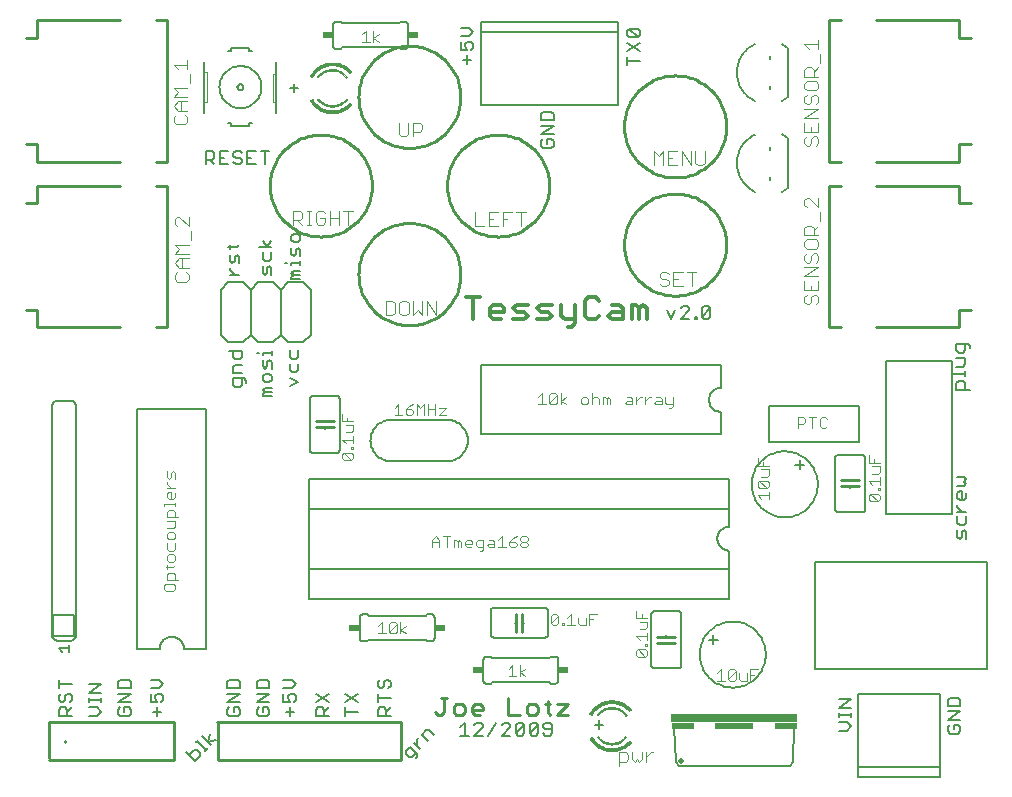
<source format=gto>
G75*
G70*
%OFA0B0*%
%FSLAX24Y24*%
%IPPOS*%
%LPD*%
%AMOC8*
5,1,8,0,0,1.08239X$1,22.5*
%
%ADD10C,0.0040*%
%ADD11C,0.0080*%
%ADD12C,0.0050*%
%ADD13C,0.0130*%
%ADD14C,0.0100*%
%ADD15C,0.0030*%
%ADD16C,0.0060*%
%ADD17C,0.0010*%
%ADD18C,0.0020*%
%ADD19R,0.0340X0.0240*%
%ADD20C,0.0200*%
%ADD21R,0.4200X0.0300*%
%ADD22R,0.0750X0.0200*%
%ADD23R,0.1300X0.0200*%
D10*
X021109Y002488D02*
X021109Y002948D01*
X021339Y002948D01*
X021416Y002872D01*
X021416Y002718D01*
X021339Y002641D01*
X021109Y002641D01*
X021570Y002718D02*
X021570Y002948D01*
X021570Y002718D02*
X021646Y002641D01*
X021723Y002718D01*
X021800Y002641D01*
X021876Y002718D01*
X021876Y002948D01*
X022030Y002948D02*
X022030Y002641D01*
X022030Y002795D02*
X022183Y002948D01*
X022260Y002948D01*
X015027Y017531D02*
X015027Y017992D01*
X014720Y017992D02*
X015027Y017531D01*
X014720Y017531D02*
X014720Y017992D01*
X014566Y017992D02*
X014566Y017531D01*
X014413Y017685D01*
X014260Y017531D01*
X014260Y017992D01*
X014106Y017915D02*
X014106Y017608D01*
X014029Y017531D01*
X013876Y017531D01*
X013799Y017608D01*
X013799Y017915D01*
X013876Y017992D01*
X014029Y017992D01*
X014106Y017915D01*
X013646Y017915D02*
X013646Y017608D01*
X013569Y017531D01*
X013339Y017531D01*
X013339Y017992D01*
X013569Y017992D01*
X013646Y017915D01*
X012085Y020533D02*
X012085Y020994D01*
X012238Y020994D02*
X011931Y020994D01*
X011778Y020994D02*
X011778Y020533D01*
X011778Y020763D02*
X011471Y020763D01*
X011317Y020763D02*
X011164Y020763D01*
X011317Y020763D02*
X011317Y020610D01*
X011241Y020533D01*
X011087Y020533D01*
X011011Y020610D01*
X011011Y020917D01*
X011087Y020994D01*
X011241Y020994D01*
X011317Y020917D01*
X011471Y020994D02*
X011471Y020533D01*
X010857Y020533D02*
X010704Y020533D01*
X010780Y020533D02*
X010780Y020994D01*
X010704Y020994D02*
X010857Y020994D01*
X010550Y020917D02*
X010550Y020763D01*
X010474Y020687D01*
X010243Y020687D01*
X010397Y020687D02*
X010550Y020533D01*
X010243Y020533D02*
X010243Y020994D01*
X010474Y020994D01*
X010550Y020917D01*
X013787Y023558D02*
X013863Y023481D01*
X014017Y023481D01*
X014094Y023558D01*
X014094Y023941D01*
X014247Y023941D02*
X014477Y023941D01*
X014554Y023865D01*
X014554Y023711D01*
X014477Y023634D01*
X014247Y023634D01*
X014247Y023481D02*
X014247Y023941D01*
X013787Y023941D02*
X013787Y023558D01*
X016316Y020954D02*
X016316Y020494D01*
X016623Y020494D01*
X016777Y020494D02*
X017083Y020494D01*
X017237Y020494D02*
X017237Y020954D01*
X017544Y020954D01*
X017697Y020954D02*
X018004Y020954D01*
X017851Y020954D02*
X017851Y020494D01*
X017390Y020724D02*
X017237Y020724D01*
X017083Y020954D02*
X016777Y020954D01*
X016777Y020494D01*
X016777Y020724D02*
X016930Y020724D01*
X022286Y022516D02*
X022286Y022977D01*
X022439Y022823D01*
X022593Y022977D01*
X022593Y022516D01*
X022746Y022516D02*
X022746Y022977D01*
X023053Y022977D01*
X023206Y022977D02*
X023206Y022516D01*
X023053Y022516D02*
X022746Y022516D01*
X022746Y022747D02*
X022899Y022747D01*
X023206Y022977D02*
X023513Y022516D01*
X023513Y022977D01*
X023667Y022977D02*
X023667Y022593D01*
X023743Y022516D01*
X023897Y022516D01*
X023974Y022593D01*
X023974Y022977D01*
X027297Y023248D02*
X027374Y023171D01*
X027451Y023171D01*
X027527Y023248D01*
X027527Y023401D01*
X027604Y023478D01*
X027681Y023478D01*
X027757Y023401D01*
X027757Y023248D01*
X027681Y023171D01*
X027297Y023248D02*
X027297Y023401D01*
X027374Y023478D01*
X027297Y023631D02*
X027297Y023938D01*
X027297Y024092D02*
X027757Y024399D01*
X027297Y024399D01*
X027374Y024552D02*
X027297Y024629D01*
X027297Y024782D01*
X027374Y024859D01*
X027374Y025012D02*
X027681Y025012D01*
X027757Y025089D01*
X027757Y025243D01*
X027681Y025319D01*
X027374Y025319D01*
X027297Y025243D01*
X027297Y025089D01*
X027374Y025012D01*
X027527Y024782D02*
X027604Y024859D01*
X027681Y024859D01*
X027757Y024782D01*
X027757Y024629D01*
X027681Y024552D01*
X027527Y024629D02*
X027527Y024782D01*
X027527Y024629D02*
X027451Y024552D01*
X027374Y024552D01*
X027297Y024092D02*
X027757Y024092D01*
X027757Y023938D02*
X027757Y023631D01*
X027297Y023631D01*
X027527Y023631D02*
X027527Y023785D01*
X027604Y025473D02*
X027604Y025703D01*
X027527Y025780D01*
X027374Y025780D01*
X027297Y025703D01*
X027297Y025473D01*
X027757Y025473D01*
X027604Y025626D02*
X027757Y025780D01*
X027834Y025933D02*
X027834Y026240D01*
X027757Y026393D02*
X027757Y026700D01*
X027757Y026547D02*
X027297Y026547D01*
X027451Y026393D01*
X027451Y021425D02*
X027374Y021425D01*
X027297Y021348D01*
X027297Y021195D01*
X027374Y021118D01*
X027451Y021425D02*
X027757Y021118D01*
X027757Y021425D01*
X027834Y020964D02*
X027834Y020657D01*
X027757Y020504D02*
X027604Y020351D01*
X027604Y020427D02*
X027604Y020197D01*
X027757Y020197D02*
X027297Y020197D01*
X027297Y020427D01*
X027374Y020504D01*
X027527Y020504D01*
X027604Y020427D01*
X027681Y020044D02*
X027374Y020044D01*
X027297Y019967D01*
X027297Y019813D01*
X027374Y019737D01*
X027681Y019737D01*
X027757Y019813D01*
X027757Y019967D01*
X027681Y020044D01*
X027681Y019583D02*
X027757Y019507D01*
X027757Y019353D01*
X027681Y019276D01*
X027757Y019123D02*
X027297Y018816D01*
X027757Y018816D01*
X027757Y018663D02*
X027757Y018356D01*
X027297Y018356D01*
X027297Y018663D01*
X027527Y018509D02*
X027527Y018356D01*
X027604Y018202D02*
X027681Y018202D01*
X027757Y018126D01*
X027757Y017972D01*
X027681Y017895D01*
X027527Y017972D02*
X027527Y018126D01*
X027604Y018202D01*
X027374Y018202D02*
X027297Y018126D01*
X027297Y017972D01*
X027374Y017895D01*
X027451Y017895D01*
X027527Y017972D01*
X027757Y019123D02*
X027297Y019123D01*
X027374Y019276D02*
X027297Y019353D01*
X027297Y019507D01*
X027374Y019583D01*
X027527Y019507D02*
X027604Y019583D01*
X027681Y019583D01*
X027527Y019507D02*
X027527Y019353D01*
X027451Y019276D01*
X027374Y019276D01*
X023700Y018956D02*
X023393Y018956D01*
X023240Y018956D02*
X022933Y018956D01*
X022933Y018496D01*
X023240Y018496D01*
X023086Y018726D02*
X022933Y018726D01*
X022780Y018649D02*
X022780Y018572D01*
X022703Y018496D01*
X022549Y018496D01*
X022473Y018572D01*
X022549Y018726D02*
X022703Y018726D01*
X022780Y018649D01*
X022780Y018879D02*
X022703Y018956D01*
X022549Y018956D01*
X022473Y018879D01*
X022473Y018803D01*
X022549Y018726D01*
X023547Y018496D02*
X023547Y018956D01*
X006850Y020024D02*
X006850Y020331D01*
X006773Y020485D02*
X006466Y020792D01*
X006390Y020792D01*
X006313Y020715D01*
X006313Y020561D01*
X006390Y020485D01*
X006773Y020485D02*
X006773Y020792D01*
X006773Y019871D02*
X006313Y019871D01*
X006466Y019718D01*
X006313Y019564D01*
X006773Y019564D01*
X006773Y019411D02*
X006466Y019411D01*
X006313Y019257D01*
X006466Y019104D01*
X006773Y019104D01*
X006697Y018950D02*
X006773Y018874D01*
X006773Y018720D01*
X006697Y018643D01*
X006390Y018643D01*
X006313Y018720D01*
X006313Y018874D01*
X006390Y018950D01*
X006543Y019104D02*
X006543Y019411D01*
X006657Y023880D02*
X006350Y023880D01*
X006274Y023956D01*
X006274Y024110D01*
X006350Y024186D01*
X006427Y024340D02*
X006274Y024493D01*
X006427Y024647D01*
X006734Y024647D01*
X006734Y024800D02*
X006274Y024800D01*
X006427Y024954D01*
X006274Y025107D01*
X006734Y025107D01*
X006811Y025261D02*
X006811Y025568D01*
X006734Y025721D02*
X006734Y026028D01*
X006734Y025874D02*
X006274Y025874D01*
X006427Y025721D01*
X006504Y024647D02*
X006504Y024340D01*
X006427Y024340D02*
X006734Y024340D01*
X006657Y024186D02*
X006734Y024110D01*
X006734Y023956D01*
X006657Y023880D01*
D11*
X007346Y022983D02*
X007556Y022983D01*
X007626Y022913D01*
X007626Y022773D01*
X007556Y022703D01*
X007346Y022703D01*
X007346Y022563D02*
X007346Y022983D01*
X007486Y022703D02*
X007626Y022563D01*
X007807Y022563D02*
X007807Y022983D01*
X008087Y022983D01*
X008267Y022913D02*
X008267Y022843D01*
X008337Y022773D01*
X008477Y022773D01*
X008547Y022703D01*
X008547Y022633D01*
X008477Y022563D01*
X008337Y022563D01*
X008267Y022633D01*
X008087Y022563D02*
X007807Y022563D01*
X007807Y022773D02*
X007947Y022773D01*
X008267Y022913D02*
X008337Y022983D01*
X008477Y022983D01*
X008547Y022913D01*
X008727Y022983D02*
X008727Y022563D01*
X009008Y022563D01*
X008867Y022773D02*
X008727Y022773D01*
X008727Y022983D02*
X009008Y022983D01*
X009188Y022983D02*
X009468Y022983D01*
X009328Y022983D02*
X009328Y022563D01*
X010271Y020225D02*
X010201Y020155D01*
X010201Y020015D01*
X010271Y019945D01*
X010412Y019945D01*
X010482Y020015D01*
X010482Y020155D01*
X010412Y020225D01*
X010271Y020225D01*
X010201Y019765D02*
X010201Y019555D01*
X010271Y019485D01*
X010341Y019555D01*
X010341Y019695D01*
X010412Y019765D01*
X010482Y019695D01*
X010482Y019485D01*
X010482Y019318D02*
X010482Y019178D01*
X010482Y019248D02*
X010201Y019248D01*
X010201Y019178D01*
X010061Y019248D02*
X009991Y019248D01*
X010271Y018998D02*
X010482Y018998D01*
X010482Y018858D02*
X010271Y018858D01*
X010201Y018928D01*
X010271Y018998D01*
X010271Y018858D02*
X010201Y018787D01*
X010201Y018717D01*
X010482Y018717D01*
X009529Y018870D02*
X009529Y019080D01*
X009459Y019150D01*
X009389Y019080D01*
X009389Y018940D01*
X009319Y018870D01*
X009249Y018940D01*
X009249Y019150D01*
X009319Y019330D02*
X009249Y019400D01*
X009249Y019611D01*
X009389Y019791D02*
X009249Y020001D01*
X009389Y019791D02*
X009529Y020001D01*
X009529Y019791D02*
X009108Y019791D01*
X009529Y019611D02*
X009529Y019400D01*
X009459Y019330D01*
X009319Y019330D01*
X008446Y019254D02*
X008446Y019464D01*
X008376Y019534D01*
X008306Y019464D01*
X008306Y019324D01*
X008236Y019254D01*
X008166Y019324D01*
X008166Y019534D01*
X008166Y019714D02*
X008166Y019854D01*
X008096Y019784D02*
X008376Y019784D01*
X008446Y019854D01*
X008166Y019080D02*
X008166Y019010D01*
X008306Y018870D01*
X008446Y018870D02*
X008166Y018870D01*
X008124Y016331D02*
X008545Y016331D01*
X008545Y016121D01*
X008475Y016051D01*
X008334Y016051D01*
X008264Y016121D01*
X008264Y016331D01*
X008334Y015871D02*
X008545Y015871D01*
X008334Y015871D02*
X008264Y015800D01*
X008264Y015590D01*
X008545Y015590D01*
X008545Y015410D02*
X008545Y015200D01*
X008475Y015130D01*
X008334Y015130D01*
X008264Y015200D01*
X008264Y015410D01*
X008615Y015410D01*
X008685Y015340D01*
X008685Y015270D01*
X009256Y015350D02*
X009327Y015280D01*
X009467Y015280D01*
X009537Y015350D01*
X009537Y015490D01*
X009467Y015560D01*
X009327Y015560D01*
X009256Y015490D01*
X009256Y015350D01*
X009327Y015100D02*
X009537Y015100D01*
X009537Y014960D02*
X009327Y014960D01*
X009256Y015030D01*
X009327Y015100D01*
X009327Y014960D02*
X009256Y014890D01*
X009256Y014820D01*
X009537Y014820D01*
X010154Y015150D02*
X010434Y015290D01*
X010154Y015430D01*
X010224Y015610D02*
X010364Y015610D01*
X010434Y015680D01*
X010434Y015890D01*
X010364Y016070D02*
X010434Y016140D01*
X010434Y016351D01*
X010154Y016351D02*
X010154Y016140D01*
X010224Y016070D01*
X010364Y016070D01*
X010154Y015890D02*
X010154Y015680D01*
X010224Y015610D01*
X009537Y015741D02*
X009537Y015951D01*
X009467Y016021D01*
X009397Y015951D01*
X009397Y015811D01*
X009327Y015741D01*
X009256Y015811D01*
X009256Y016021D01*
X009256Y016201D02*
X009256Y016271D01*
X009537Y016271D01*
X009537Y016201D02*
X009537Y016341D01*
X009116Y016271D02*
X009046Y016271D01*
X018518Y023172D02*
X018588Y023102D01*
X018868Y023102D01*
X018938Y023172D01*
X018938Y023313D01*
X018868Y023383D01*
X018728Y023383D01*
X018728Y023242D01*
X018588Y023383D02*
X018518Y023313D01*
X018518Y023172D01*
X018518Y023563D02*
X018938Y023843D01*
X018518Y023843D01*
X018518Y024023D02*
X018518Y024233D01*
X018588Y024303D01*
X018868Y024303D01*
X018938Y024233D01*
X018938Y024023D01*
X018518Y024023D01*
X018518Y023563D02*
X018938Y023563D01*
X021089Y024531D02*
X021089Y026972D01*
X016522Y026972D01*
X016522Y027287D01*
X021089Y027287D01*
X021089Y026972D01*
X021392Y026989D02*
X021462Y027059D01*
X021742Y026779D01*
X021812Y026849D01*
X021812Y026989D01*
X021742Y027059D01*
X021462Y027059D01*
X021392Y026989D02*
X021392Y026849D01*
X021462Y026779D01*
X021742Y026779D01*
X021812Y026599D02*
X021392Y026319D01*
X021392Y026139D02*
X021392Y025858D01*
X021392Y025998D02*
X021812Y025998D01*
X021812Y026319D02*
X021392Y026599D01*
X021089Y024531D02*
X016522Y024531D01*
X016522Y026972D01*
X016261Y026958D02*
X016121Y027099D01*
X015841Y027099D01*
X015841Y026818D02*
X016121Y026818D01*
X016261Y026958D01*
X016191Y026638D02*
X016051Y026638D01*
X015981Y026568D01*
X015981Y026498D01*
X016051Y026358D01*
X015841Y026358D01*
X015841Y026638D01*
X016191Y026638D02*
X016261Y026568D01*
X016261Y026428D01*
X016191Y026358D01*
X016051Y026178D02*
X016051Y025898D01*
X015911Y026038D02*
X016191Y026038D01*
X010433Y025096D02*
X010152Y025096D01*
X010293Y025236D02*
X010293Y024956D01*
X022722Y017686D02*
X022862Y017406D01*
X023002Y017686D01*
X023182Y017756D02*
X023252Y017826D01*
X023392Y017826D01*
X023462Y017756D01*
X023462Y017686D01*
X023182Y017406D01*
X023462Y017406D01*
X023643Y017406D02*
X023713Y017406D01*
X023713Y017476D01*
X023643Y017476D01*
X023643Y017406D01*
X023873Y017476D02*
X024153Y017756D01*
X024153Y017476D01*
X024083Y017406D01*
X023943Y017406D01*
X023873Y017476D01*
X023873Y017756D01*
X023943Y017826D01*
X024083Y017826D01*
X024153Y017756D01*
X013435Y005366D02*
X013505Y005296D01*
X013505Y005156D01*
X013435Y005086D01*
X013295Y005156D02*
X013295Y005296D01*
X013365Y005366D01*
X013435Y005366D01*
X013295Y005156D02*
X013225Y005086D01*
X013155Y005086D01*
X013085Y005156D01*
X013085Y005296D01*
X013155Y005366D01*
X013085Y004906D02*
X013085Y004626D01*
X013085Y004766D02*
X013505Y004766D01*
X013505Y004446D02*
X013365Y004305D01*
X013365Y004376D02*
X013365Y004165D01*
X013505Y004165D02*
X013085Y004165D01*
X013085Y004376D01*
X013155Y004446D01*
X013295Y004446D01*
X013365Y004376D01*
X012423Y004305D02*
X012002Y004305D01*
X012002Y004165D02*
X012002Y004446D01*
X012002Y004626D02*
X012423Y004906D01*
X012423Y004626D02*
X012002Y004906D01*
X011438Y004906D02*
X011018Y004626D01*
X011088Y004446D02*
X011228Y004446D01*
X011298Y004376D01*
X011298Y004165D01*
X011438Y004165D02*
X011018Y004165D01*
X011018Y004376D01*
X011088Y004446D01*
X011298Y004305D02*
X011438Y004446D01*
X011438Y004626D02*
X011018Y004906D01*
X010356Y004836D02*
X010356Y004696D01*
X010286Y004626D01*
X010145Y004626D02*
X010075Y004766D01*
X010075Y004836D01*
X010145Y004906D01*
X010286Y004906D01*
X010356Y004836D01*
X010215Y005086D02*
X009935Y005086D01*
X009935Y004906D02*
X009935Y004626D01*
X010145Y004626D01*
X010145Y004446D02*
X010145Y004165D01*
X010005Y004305D02*
X010286Y004305D01*
X009470Y004235D02*
X009470Y004376D01*
X009400Y004446D01*
X009260Y004446D01*
X009260Y004305D01*
X009400Y004165D02*
X009470Y004235D01*
X009400Y004165D02*
X009119Y004165D01*
X009049Y004235D01*
X009049Y004376D01*
X009119Y004446D01*
X009049Y004626D02*
X009470Y004906D01*
X009049Y004906D01*
X009049Y005086D02*
X009049Y005296D01*
X009119Y005366D01*
X009400Y005366D01*
X009470Y005296D01*
X009470Y005086D01*
X009049Y005086D01*
X009049Y004626D02*
X009470Y004626D01*
X009935Y005366D02*
X010215Y005366D01*
X010356Y005226D01*
X010215Y005086D01*
X008486Y005086D02*
X008486Y005296D01*
X008415Y005366D01*
X008135Y005366D01*
X008065Y005296D01*
X008065Y005086D01*
X008486Y005086D01*
X008486Y004906D02*
X008065Y004906D01*
X008065Y004626D02*
X008486Y004906D01*
X008486Y004626D02*
X008065Y004626D01*
X008135Y004446D02*
X008065Y004376D01*
X008065Y004235D01*
X008135Y004165D01*
X008415Y004165D01*
X008486Y004235D01*
X008486Y004376D01*
X008415Y004446D01*
X008275Y004446D01*
X008275Y004305D01*
X007483Y003555D02*
X007433Y003308D01*
X007681Y003357D01*
X007533Y003209D02*
X007235Y003506D01*
X007068Y003338D02*
X007365Y003041D01*
X007316Y002992D02*
X007415Y003091D01*
X007139Y002914D02*
X007139Y002815D01*
X006990Y002666D01*
X006693Y002963D01*
X006792Y002864D02*
X006941Y003013D01*
X007040Y003013D01*
X007139Y002914D01*
X007018Y003289D02*
X007068Y003338D01*
X005856Y004305D02*
X005576Y004305D01*
X005716Y004165D02*
X005716Y004446D01*
X005716Y004626D02*
X005646Y004766D01*
X005646Y004836D01*
X005716Y004906D01*
X005856Y004906D01*
X005926Y004836D01*
X005926Y004696D01*
X005856Y004626D01*
X005716Y004626D02*
X005506Y004626D01*
X005506Y004906D01*
X005506Y005086D02*
X005786Y005086D01*
X005926Y005226D01*
X005786Y005366D01*
X005506Y005366D01*
X004844Y005296D02*
X004844Y005086D01*
X004423Y005086D01*
X004423Y005296D01*
X004494Y005366D01*
X004774Y005366D01*
X004844Y005296D01*
X004844Y004906D02*
X004423Y004906D01*
X004423Y004626D02*
X004844Y004906D01*
X004844Y004626D02*
X004423Y004626D01*
X004494Y004446D02*
X004423Y004376D01*
X004423Y004235D01*
X004494Y004165D01*
X004774Y004165D01*
X004844Y004235D01*
X004844Y004376D01*
X004774Y004446D01*
X004634Y004446D01*
X004634Y004305D01*
X003860Y004305D02*
X003719Y004446D01*
X003439Y004446D01*
X003439Y004626D02*
X003439Y004766D01*
X003439Y004696D02*
X003860Y004696D01*
X003860Y004626D02*
X003860Y004766D01*
X003860Y004933D02*
X003439Y004933D01*
X003860Y005213D01*
X003439Y005213D01*
X002875Y005226D02*
X002455Y005226D01*
X002455Y005086D02*
X002455Y005366D01*
X002525Y004906D02*
X002455Y004836D01*
X002455Y004696D01*
X002525Y004626D01*
X002595Y004626D01*
X002665Y004696D01*
X002665Y004836D01*
X002735Y004906D01*
X002805Y004906D01*
X002875Y004836D01*
X002875Y004696D01*
X002805Y004626D01*
X002875Y004446D02*
X002735Y004305D01*
X002735Y004376D02*
X002735Y004165D01*
X002875Y004165D02*
X002455Y004165D01*
X002455Y004376D01*
X002525Y004446D01*
X002665Y004446D01*
X002735Y004376D01*
X003439Y004165D02*
X003719Y004165D01*
X003860Y004305D01*
X014007Y002993D02*
X014007Y002893D01*
X014106Y002794D01*
X014205Y002794D01*
X014354Y002943D01*
X014403Y002894D02*
X014155Y003141D01*
X014007Y002993D01*
X014283Y003269D02*
X014481Y003070D01*
X014382Y003169D02*
X014382Y003368D01*
X014431Y003417D01*
X014554Y003540D02*
X014703Y003688D01*
X014802Y003688D01*
X014950Y003540D01*
X014752Y003342D02*
X014554Y003540D01*
X014403Y002894D02*
X014403Y002794D01*
X014354Y002745D01*
X015835Y003508D02*
X016115Y003508D01*
X015975Y003508D02*
X015975Y003928D01*
X015835Y003788D01*
X016295Y003858D02*
X016365Y003928D01*
X016505Y003928D01*
X016576Y003858D01*
X016576Y003788D01*
X016295Y003508D01*
X016576Y003508D01*
X016756Y003508D02*
X017036Y003928D01*
X017216Y003858D02*
X017286Y003928D01*
X017426Y003928D01*
X017496Y003858D01*
X017496Y003788D01*
X017216Y003508D01*
X017496Y003508D01*
X017676Y003578D02*
X017957Y003858D01*
X017957Y003578D01*
X017886Y003508D01*
X017746Y003508D01*
X017676Y003578D01*
X017676Y003858D01*
X017746Y003928D01*
X017886Y003928D01*
X017957Y003858D01*
X018137Y003858D02*
X018137Y003578D01*
X018417Y003858D01*
X018417Y003578D01*
X018347Y003508D01*
X018207Y003508D01*
X018137Y003578D01*
X018137Y003858D02*
X018207Y003928D01*
X018347Y003928D01*
X018417Y003858D01*
X018597Y003858D02*
X018597Y003788D01*
X018667Y003718D01*
X018877Y003718D01*
X018877Y003578D02*
X018877Y003858D01*
X018807Y003928D01*
X018667Y003928D01*
X018597Y003858D01*
X018597Y003578D02*
X018667Y003508D01*
X018807Y003508D01*
X018877Y003578D01*
X020310Y003876D02*
X020590Y003876D01*
X020450Y004016D02*
X020450Y003735D01*
X028439Y003673D02*
X028719Y003673D01*
X028860Y003813D01*
X028719Y003953D01*
X028439Y003953D01*
X028439Y004134D02*
X028439Y004274D01*
X028439Y004204D02*
X028860Y004204D01*
X028860Y004134D02*
X028860Y004274D01*
X028860Y004440D02*
X028439Y004440D01*
X028860Y004721D01*
X028439Y004721D01*
X029077Y004889D02*
X029077Y002448D01*
X031833Y002448D01*
X031833Y002133D01*
X029077Y002133D01*
X029077Y002448D01*
X031833Y002448D02*
X031833Y004889D01*
X029077Y004889D01*
X032081Y004706D02*
X032081Y004496D01*
X032501Y004496D01*
X032501Y004706D01*
X032431Y004776D01*
X032151Y004776D01*
X032081Y004706D01*
X032081Y004315D02*
X032501Y004315D01*
X032081Y004035D01*
X032501Y004035D01*
X032431Y003855D02*
X032291Y003855D01*
X032291Y003715D01*
X032151Y003855D02*
X032081Y003785D01*
X032081Y003645D01*
X032151Y003575D01*
X032431Y003575D01*
X032501Y003645D01*
X032501Y003785D01*
X032431Y003855D01*
D12*
X033388Y005740D02*
X027640Y005740D01*
X027640Y009283D01*
X033388Y009283D01*
X033388Y005740D01*
X032701Y010055D02*
X032701Y010280D01*
X032626Y010355D01*
X032551Y010280D01*
X032551Y010130D01*
X032476Y010055D01*
X032401Y010130D01*
X032401Y010355D01*
X032476Y010515D02*
X032626Y010515D01*
X032701Y010590D01*
X032701Y010816D01*
X032701Y010976D02*
X032401Y010976D01*
X032401Y011126D02*
X032401Y011201D01*
X032401Y011126D02*
X032551Y010976D01*
X032401Y010816D02*
X032401Y010590D01*
X032476Y010515D01*
X032225Y010877D02*
X030020Y010877D01*
X030020Y015995D01*
X032225Y015995D01*
X032225Y010877D01*
X032476Y011359D02*
X032401Y011434D01*
X032401Y011585D01*
X032476Y011660D01*
X032551Y011660D01*
X032551Y011359D01*
X032626Y011359D02*
X032476Y011359D01*
X032626Y011359D02*
X032701Y011434D01*
X032701Y011585D01*
X032626Y011820D02*
X032701Y011895D01*
X032626Y011970D01*
X032701Y012045D01*
X032626Y012120D01*
X032401Y012120D01*
X032401Y011820D02*
X032626Y011820D01*
X029132Y013301D02*
X029132Y014501D01*
X026132Y014501D01*
X026132Y013301D01*
X029132Y013301D01*
X032362Y015041D02*
X032362Y015266D01*
X032437Y015341D01*
X032587Y015341D01*
X032662Y015266D01*
X032662Y015041D01*
X032812Y015041D02*
X032362Y015041D01*
X032212Y015501D02*
X032212Y015576D01*
X032662Y015576D01*
X032662Y015501D02*
X032662Y015651D01*
X032587Y015808D02*
X032662Y015883D01*
X032662Y016109D01*
X032362Y016109D01*
X032437Y016269D02*
X032362Y016344D01*
X032362Y016569D01*
X032737Y016569D01*
X032812Y016494D01*
X032812Y016419D01*
X032662Y016344D02*
X032662Y016569D01*
X032662Y016344D02*
X032587Y016269D01*
X032437Y016269D01*
X032362Y015808D02*
X032587Y015808D01*
X026750Y021765D02*
X026750Y023415D01*
X026150Y023143D02*
X026150Y023037D01*
X026538Y023544D02*
X026594Y023517D01*
X026648Y023486D01*
X026700Y023452D01*
X026750Y023415D01*
X025653Y023540D02*
X025596Y023511D01*
X025540Y023478D01*
X025487Y023443D01*
X025436Y023403D01*
X025388Y023361D01*
X025342Y023316D01*
X025299Y023269D01*
X025259Y023219D01*
X025222Y023166D01*
X025189Y023111D01*
X025158Y023055D01*
X025132Y022996D01*
X025109Y022936D01*
X025089Y022875D01*
X025074Y022813D01*
X025062Y022750D01*
X025054Y022686D01*
X025050Y022622D01*
X025050Y022558D01*
X025054Y022494D01*
X025062Y022430D01*
X025074Y022367D01*
X025089Y022305D01*
X025109Y022244D01*
X025132Y022184D01*
X025158Y022125D01*
X025189Y022069D01*
X025222Y022014D01*
X025259Y021961D01*
X025299Y021911D01*
X025342Y021864D01*
X025388Y021819D01*
X025436Y021777D01*
X025487Y021737D01*
X025540Y021702D01*
X025596Y021669D01*
X025653Y021640D01*
X026150Y022037D02*
X026150Y022143D01*
X026547Y021640D02*
X026601Y021667D01*
X026652Y021697D01*
X026702Y021730D01*
X026750Y021765D01*
X026750Y024781D02*
X026750Y026430D01*
X026150Y026158D02*
X026150Y026053D01*
X026538Y026560D02*
X026594Y026533D01*
X026648Y026502D01*
X026700Y026468D01*
X026750Y026431D01*
X025653Y026556D02*
X025596Y026527D01*
X025540Y026494D01*
X025487Y026459D01*
X025436Y026419D01*
X025388Y026377D01*
X025342Y026332D01*
X025299Y026285D01*
X025259Y026235D01*
X025222Y026182D01*
X025189Y026127D01*
X025158Y026071D01*
X025132Y026012D01*
X025109Y025952D01*
X025089Y025891D01*
X025074Y025829D01*
X025062Y025766D01*
X025054Y025702D01*
X025050Y025638D01*
X025050Y025574D01*
X025054Y025510D01*
X025062Y025446D01*
X025074Y025383D01*
X025089Y025321D01*
X025109Y025260D01*
X025132Y025200D01*
X025158Y025141D01*
X025189Y025085D01*
X025222Y025030D01*
X025259Y024977D01*
X025299Y024927D01*
X025342Y024880D01*
X025388Y024835D01*
X025436Y024793D01*
X025487Y024753D01*
X025540Y024718D01*
X025596Y024685D01*
X025653Y024656D01*
X026150Y025053D02*
X026150Y025158D01*
X026547Y024655D02*
X026601Y024682D01*
X026652Y024712D01*
X026702Y024745D01*
X026750Y024780D01*
X015392Y014029D02*
X013523Y014029D01*
X013472Y014027D01*
X013421Y014021D01*
X013370Y014012D01*
X013321Y013998D01*
X013272Y013982D01*
X013225Y013961D01*
X013179Y013937D01*
X013136Y013910D01*
X013095Y013879D01*
X013056Y013846D01*
X013019Y013809D01*
X012986Y013770D01*
X012955Y013729D01*
X012928Y013686D01*
X012904Y013640D01*
X012883Y013593D01*
X012867Y013544D01*
X012853Y013495D01*
X012844Y013444D01*
X012838Y013393D01*
X012836Y013342D01*
X012838Y013291D01*
X012844Y013240D01*
X012853Y013189D01*
X012867Y013140D01*
X012883Y013091D01*
X012904Y013044D01*
X012928Y012999D01*
X012955Y012955D01*
X012986Y012914D01*
X013019Y012875D01*
X013056Y012838D01*
X013095Y012805D01*
X013136Y012774D01*
X013179Y012747D01*
X013225Y012723D01*
X013272Y012702D01*
X013321Y012686D01*
X013370Y012672D01*
X013421Y012663D01*
X013472Y012657D01*
X013523Y012655D01*
X013523Y012654D02*
X015392Y012654D01*
X015392Y012655D02*
X015443Y012657D01*
X015494Y012663D01*
X015545Y012672D01*
X015594Y012686D01*
X015643Y012702D01*
X015690Y012723D01*
X015736Y012747D01*
X015779Y012774D01*
X015820Y012805D01*
X015859Y012838D01*
X015896Y012875D01*
X015929Y012914D01*
X015960Y012955D01*
X015987Y012999D01*
X016011Y013044D01*
X016032Y013091D01*
X016048Y013140D01*
X016062Y013189D01*
X016071Y013240D01*
X016077Y013291D01*
X016079Y013342D01*
X016077Y013393D01*
X016071Y013444D01*
X016062Y013495D01*
X016048Y013544D01*
X016032Y013593D01*
X016011Y013640D01*
X015987Y013686D01*
X015960Y013729D01*
X015929Y013770D01*
X015896Y013809D01*
X015859Y013846D01*
X015820Y013879D01*
X015779Y013910D01*
X015735Y013937D01*
X015690Y013961D01*
X015643Y013982D01*
X015594Y013998D01*
X015545Y014012D01*
X015494Y014021D01*
X015443Y014027D01*
X015392Y014029D01*
X002795Y006524D02*
X002795Y006298D01*
X002795Y006411D02*
X002455Y006411D01*
X002568Y006298D01*
D13*
X016259Y017385D02*
X016259Y018116D01*
X016502Y018116D02*
X016015Y018116D01*
X016807Y017751D02*
X016807Y017507D01*
X016929Y017385D01*
X017172Y017385D01*
X017294Y017629D02*
X016807Y017629D01*
X016807Y017751D02*
X016929Y017873D01*
X017172Y017873D01*
X017294Y017751D01*
X017294Y017629D01*
X017599Y017751D02*
X017721Y017873D01*
X018086Y017873D01*
X017964Y017629D02*
X017721Y017629D01*
X017599Y017751D01*
X017599Y017385D02*
X017964Y017385D01*
X018086Y017507D01*
X017964Y017629D01*
X018391Y017751D02*
X018513Y017873D01*
X018878Y017873D01*
X018756Y017629D02*
X018513Y017629D01*
X018391Y017751D01*
X018391Y017385D02*
X018756Y017385D01*
X018878Y017507D01*
X018756Y017629D01*
X019183Y017507D02*
X019304Y017385D01*
X019670Y017385D01*
X019670Y017264D02*
X019548Y017142D01*
X019426Y017142D01*
X019670Y017264D02*
X019670Y017873D01*
X019975Y017994D02*
X019975Y017507D01*
X020096Y017385D01*
X020340Y017385D01*
X020462Y017507D01*
X020766Y017507D02*
X020888Y017629D01*
X021254Y017629D01*
X021254Y017751D02*
X021254Y017385D01*
X020888Y017385D01*
X020766Y017507D01*
X020888Y017873D02*
X021132Y017873D01*
X021254Y017751D01*
X021558Y017873D02*
X021680Y017873D01*
X021802Y017751D01*
X021924Y017873D01*
X022045Y017751D01*
X022045Y017385D01*
X021802Y017385D02*
X021802Y017751D01*
X021558Y017873D02*
X021558Y017385D01*
X020462Y017994D02*
X020340Y018116D01*
X020096Y018116D01*
X019975Y017994D01*
X019183Y017873D02*
X019183Y017507D01*
D14*
X006301Y002708D02*
X002128Y002708D01*
X002128Y002747D02*
X002128Y003968D01*
X006301Y003968D01*
X006301Y002708D01*
X007758Y002708D02*
X007758Y003968D01*
X007718Y003968D02*
X013860Y003968D01*
X013860Y002708D01*
X007758Y002708D01*
X002640Y003299D02*
X002640Y003338D01*
X014999Y004278D02*
X015092Y004185D01*
X015186Y004185D01*
X015279Y004278D01*
X015279Y004745D01*
X015186Y004745D02*
X015373Y004745D01*
X015607Y004465D02*
X015607Y004278D01*
X015700Y004185D01*
X015887Y004185D01*
X015980Y004278D01*
X015980Y004465D01*
X015887Y004558D01*
X015700Y004558D01*
X015607Y004465D01*
X016214Y004465D02*
X016214Y004278D01*
X016308Y004185D01*
X016495Y004185D01*
X016588Y004371D02*
X016214Y004371D01*
X016214Y004465D02*
X016308Y004558D01*
X016495Y004558D01*
X016588Y004465D01*
X016588Y004371D01*
X017430Y004185D02*
X017804Y004185D01*
X018038Y004278D02*
X018131Y004185D01*
X018318Y004185D01*
X018411Y004278D01*
X018411Y004465D01*
X018318Y004558D01*
X018131Y004558D01*
X018038Y004465D01*
X018038Y004278D01*
X017430Y004185D02*
X017430Y004745D01*
X018645Y004558D02*
X018832Y004558D01*
X018739Y004652D02*
X018739Y004278D01*
X018832Y004185D01*
X019050Y004185D02*
X019424Y004185D01*
X019424Y004558D02*
X019050Y004558D01*
X019050Y004185D02*
X019424Y004558D01*
X022399Y006604D02*
X022699Y006604D01*
X022999Y006604D01*
X022999Y006804D02*
X022699Y006804D01*
X022399Y006804D01*
X017897Y006975D02*
X017897Y007275D01*
X017897Y007575D01*
X017697Y007575D02*
X017697Y007275D01*
X017697Y006975D01*
X011609Y013781D02*
X011309Y013781D01*
X011009Y013781D01*
X011009Y013981D02*
X011309Y013981D01*
X011609Y013981D01*
X006065Y017117D02*
X005671Y017117D01*
X006065Y017117D02*
X006065Y021842D01*
X005671Y021842D01*
X005671Y022629D02*
X006065Y022629D01*
X006065Y027354D01*
X005671Y027354D01*
X004490Y027354D02*
X001734Y027354D01*
X001734Y026763D01*
X001340Y026763D01*
X001340Y023220D02*
X001734Y023220D01*
X001734Y022629D01*
X004490Y022629D01*
X004490Y021842D02*
X001734Y021842D01*
X001734Y021251D01*
X001340Y021251D01*
X001340Y017708D02*
X001734Y017708D01*
X001734Y017117D01*
X004490Y017117D01*
X009483Y021842D02*
X009485Y021925D01*
X009491Y022009D01*
X009501Y022091D01*
X009516Y022174D01*
X009534Y022255D01*
X009556Y022335D01*
X009582Y022415D01*
X009612Y022493D01*
X009646Y022569D01*
X009684Y022643D01*
X009725Y022716D01*
X009770Y022786D01*
X009818Y022855D01*
X009869Y022920D01*
X009923Y022984D01*
X009981Y023044D01*
X010041Y023102D01*
X010105Y023156D01*
X010170Y023207D01*
X010239Y023255D01*
X010309Y023300D01*
X010382Y023341D01*
X010456Y023379D01*
X010532Y023413D01*
X010610Y023443D01*
X010690Y023469D01*
X010770Y023491D01*
X010851Y023509D01*
X010934Y023524D01*
X011016Y023534D01*
X011100Y023540D01*
X011183Y023542D01*
X011266Y023540D01*
X011350Y023534D01*
X011432Y023524D01*
X011515Y023509D01*
X011596Y023491D01*
X011676Y023469D01*
X011756Y023443D01*
X011834Y023413D01*
X011910Y023379D01*
X011984Y023341D01*
X012057Y023300D01*
X012127Y023255D01*
X012196Y023207D01*
X012261Y023156D01*
X012325Y023102D01*
X012385Y023044D01*
X012443Y022984D01*
X012497Y022920D01*
X012548Y022855D01*
X012596Y022786D01*
X012641Y022716D01*
X012682Y022643D01*
X012720Y022569D01*
X012754Y022493D01*
X012784Y022415D01*
X012810Y022335D01*
X012832Y022255D01*
X012850Y022174D01*
X012865Y022091D01*
X012875Y022009D01*
X012881Y021925D01*
X012883Y021842D01*
X012881Y021759D01*
X012875Y021675D01*
X012865Y021593D01*
X012850Y021510D01*
X012832Y021429D01*
X012810Y021349D01*
X012784Y021269D01*
X012754Y021191D01*
X012720Y021115D01*
X012682Y021041D01*
X012641Y020968D01*
X012596Y020898D01*
X012548Y020829D01*
X012497Y020764D01*
X012443Y020700D01*
X012385Y020640D01*
X012325Y020582D01*
X012261Y020528D01*
X012196Y020477D01*
X012127Y020429D01*
X012057Y020384D01*
X011984Y020343D01*
X011910Y020305D01*
X011834Y020271D01*
X011756Y020241D01*
X011676Y020215D01*
X011596Y020193D01*
X011515Y020175D01*
X011432Y020160D01*
X011350Y020150D01*
X011266Y020144D01*
X011183Y020142D01*
X011100Y020144D01*
X011016Y020150D01*
X010934Y020160D01*
X010851Y020175D01*
X010770Y020193D01*
X010690Y020215D01*
X010610Y020241D01*
X010532Y020271D01*
X010456Y020305D01*
X010382Y020343D01*
X010309Y020384D01*
X010239Y020429D01*
X010170Y020477D01*
X010105Y020528D01*
X010041Y020582D01*
X009981Y020640D01*
X009923Y020700D01*
X009869Y020764D01*
X009818Y020829D01*
X009770Y020898D01*
X009725Y020968D01*
X009684Y021041D01*
X009646Y021115D01*
X009612Y021191D01*
X009582Y021269D01*
X009556Y021349D01*
X009534Y021429D01*
X009516Y021510D01*
X009501Y021593D01*
X009491Y021675D01*
X009485Y021759D01*
X009483Y021842D01*
X012436Y024795D02*
X012438Y024878D01*
X012444Y024962D01*
X012454Y025044D01*
X012469Y025127D01*
X012487Y025208D01*
X012509Y025288D01*
X012535Y025368D01*
X012565Y025446D01*
X012599Y025522D01*
X012637Y025596D01*
X012678Y025669D01*
X012723Y025739D01*
X012771Y025808D01*
X012822Y025873D01*
X012876Y025937D01*
X012934Y025997D01*
X012994Y026055D01*
X013058Y026109D01*
X013123Y026160D01*
X013192Y026208D01*
X013262Y026253D01*
X013335Y026294D01*
X013409Y026332D01*
X013485Y026366D01*
X013563Y026396D01*
X013643Y026422D01*
X013723Y026444D01*
X013804Y026462D01*
X013887Y026477D01*
X013969Y026487D01*
X014053Y026493D01*
X014136Y026495D01*
X014219Y026493D01*
X014303Y026487D01*
X014385Y026477D01*
X014468Y026462D01*
X014549Y026444D01*
X014629Y026422D01*
X014709Y026396D01*
X014787Y026366D01*
X014863Y026332D01*
X014937Y026294D01*
X015010Y026253D01*
X015080Y026208D01*
X015149Y026160D01*
X015214Y026109D01*
X015278Y026055D01*
X015338Y025997D01*
X015396Y025937D01*
X015450Y025873D01*
X015501Y025808D01*
X015549Y025739D01*
X015594Y025669D01*
X015635Y025596D01*
X015673Y025522D01*
X015707Y025446D01*
X015737Y025368D01*
X015763Y025288D01*
X015785Y025208D01*
X015803Y025127D01*
X015818Y025044D01*
X015828Y024962D01*
X015834Y024878D01*
X015836Y024795D01*
X015834Y024712D01*
X015828Y024628D01*
X015818Y024546D01*
X015803Y024463D01*
X015785Y024382D01*
X015763Y024302D01*
X015737Y024222D01*
X015707Y024144D01*
X015673Y024068D01*
X015635Y023994D01*
X015594Y023921D01*
X015549Y023851D01*
X015501Y023782D01*
X015450Y023717D01*
X015396Y023653D01*
X015338Y023593D01*
X015278Y023535D01*
X015214Y023481D01*
X015149Y023430D01*
X015080Y023382D01*
X015010Y023337D01*
X014937Y023296D01*
X014863Y023258D01*
X014787Y023224D01*
X014709Y023194D01*
X014629Y023168D01*
X014549Y023146D01*
X014468Y023128D01*
X014385Y023113D01*
X014303Y023103D01*
X014219Y023097D01*
X014136Y023095D01*
X014053Y023097D01*
X013969Y023103D01*
X013887Y023113D01*
X013804Y023128D01*
X013723Y023146D01*
X013643Y023168D01*
X013563Y023194D01*
X013485Y023224D01*
X013409Y023258D01*
X013335Y023296D01*
X013262Y023337D01*
X013192Y023382D01*
X013123Y023430D01*
X013058Y023481D01*
X012994Y023535D01*
X012934Y023593D01*
X012876Y023653D01*
X012822Y023717D01*
X012771Y023782D01*
X012723Y023851D01*
X012678Y023921D01*
X012637Y023994D01*
X012599Y024068D01*
X012565Y024144D01*
X012535Y024222D01*
X012509Y024302D01*
X012487Y024382D01*
X012469Y024463D01*
X012454Y024546D01*
X012444Y024628D01*
X012438Y024712D01*
X012436Y024795D01*
X015389Y021842D02*
X015391Y021925D01*
X015397Y022009D01*
X015407Y022091D01*
X015422Y022174D01*
X015440Y022255D01*
X015462Y022335D01*
X015488Y022415D01*
X015518Y022493D01*
X015552Y022569D01*
X015590Y022643D01*
X015631Y022716D01*
X015676Y022786D01*
X015724Y022855D01*
X015775Y022920D01*
X015829Y022984D01*
X015887Y023044D01*
X015947Y023102D01*
X016011Y023156D01*
X016076Y023207D01*
X016145Y023255D01*
X016215Y023300D01*
X016288Y023341D01*
X016362Y023379D01*
X016438Y023413D01*
X016516Y023443D01*
X016596Y023469D01*
X016676Y023491D01*
X016757Y023509D01*
X016840Y023524D01*
X016922Y023534D01*
X017006Y023540D01*
X017089Y023542D01*
X017172Y023540D01*
X017256Y023534D01*
X017338Y023524D01*
X017421Y023509D01*
X017502Y023491D01*
X017582Y023469D01*
X017662Y023443D01*
X017740Y023413D01*
X017816Y023379D01*
X017890Y023341D01*
X017963Y023300D01*
X018033Y023255D01*
X018102Y023207D01*
X018167Y023156D01*
X018231Y023102D01*
X018291Y023044D01*
X018349Y022984D01*
X018403Y022920D01*
X018454Y022855D01*
X018502Y022786D01*
X018547Y022716D01*
X018588Y022643D01*
X018626Y022569D01*
X018660Y022493D01*
X018690Y022415D01*
X018716Y022335D01*
X018738Y022255D01*
X018756Y022174D01*
X018771Y022091D01*
X018781Y022009D01*
X018787Y021925D01*
X018789Y021842D01*
X018787Y021759D01*
X018781Y021675D01*
X018771Y021593D01*
X018756Y021510D01*
X018738Y021429D01*
X018716Y021349D01*
X018690Y021269D01*
X018660Y021191D01*
X018626Y021115D01*
X018588Y021041D01*
X018547Y020968D01*
X018502Y020898D01*
X018454Y020829D01*
X018403Y020764D01*
X018349Y020700D01*
X018291Y020640D01*
X018231Y020582D01*
X018167Y020528D01*
X018102Y020477D01*
X018033Y020429D01*
X017963Y020384D01*
X017890Y020343D01*
X017816Y020305D01*
X017740Y020271D01*
X017662Y020241D01*
X017582Y020215D01*
X017502Y020193D01*
X017421Y020175D01*
X017338Y020160D01*
X017256Y020150D01*
X017172Y020144D01*
X017089Y020142D01*
X017006Y020144D01*
X016922Y020150D01*
X016840Y020160D01*
X016757Y020175D01*
X016676Y020193D01*
X016596Y020215D01*
X016516Y020241D01*
X016438Y020271D01*
X016362Y020305D01*
X016288Y020343D01*
X016215Y020384D01*
X016145Y020429D01*
X016076Y020477D01*
X016011Y020528D01*
X015947Y020582D01*
X015887Y020640D01*
X015829Y020700D01*
X015775Y020764D01*
X015724Y020829D01*
X015676Y020898D01*
X015631Y020968D01*
X015590Y021041D01*
X015552Y021115D01*
X015518Y021191D01*
X015488Y021269D01*
X015462Y021349D01*
X015440Y021429D01*
X015422Y021510D01*
X015407Y021593D01*
X015397Y021675D01*
X015391Y021759D01*
X015389Y021842D01*
X012436Y018889D02*
X012438Y018972D01*
X012444Y019056D01*
X012454Y019138D01*
X012469Y019221D01*
X012487Y019302D01*
X012509Y019382D01*
X012535Y019462D01*
X012565Y019540D01*
X012599Y019616D01*
X012637Y019690D01*
X012678Y019763D01*
X012723Y019833D01*
X012771Y019902D01*
X012822Y019967D01*
X012876Y020031D01*
X012934Y020091D01*
X012994Y020149D01*
X013058Y020203D01*
X013123Y020254D01*
X013192Y020302D01*
X013262Y020347D01*
X013335Y020388D01*
X013409Y020426D01*
X013485Y020460D01*
X013563Y020490D01*
X013643Y020516D01*
X013723Y020538D01*
X013804Y020556D01*
X013887Y020571D01*
X013969Y020581D01*
X014053Y020587D01*
X014136Y020589D01*
X014219Y020587D01*
X014303Y020581D01*
X014385Y020571D01*
X014468Y020556D01*
X014549Y020538D01*
X014629Y020516D01*
X014709Y020490D01*
X014787Y020460D01*
X014863Y020426D01*
X014937Y020388D01*
X015010Y020347D01*
X015080Y020302D01*
X015149Y020254D01*
X015214Y020203D01*
X015278Y020149D01*
X015338Y020091D01*
X015396Y020031D01*
X015450Y019967D01*
X015501Y019902D01*
X015549Y019833D01*
X015594Y019763D01*
X015635Y019690D01*
X015673Y019616D01*
X015707Y019540D01*
X015737Y019462D01*
X015763Y019382D01*
X015785Y019302D01*
X015803Y019221D01*
X015818Y019138D01*
X015828Y019056D01*
X015834Y018972D01*
X015836Y018889D01*
X015834Y018806D01*
X015828Y018722D01*
X015818Y018640D01*
X015803Y018557D01*
X015785Y018476D01*
X015763Y018396D01*
X015737Y018316D01*
X015707Y018238D01*
X015673Y018162D01*
X015635Y018088D01*
X015594Y018015D01*
X015549Y017945D01*
X015501Y017876D01*
X015450Y017811D01*
X015396Y017747D01*
X015338Y017687D01*
X015278Y017629D01*
X015214Y017575D01*
X015149Y017524D01*
X015080Y017476D01*
X015010Y017431D01*
X014937Y017390D01*
X014863Y017352D01*
X014787Y017318D01*
X014709Y017288D01*
X014629Y017262D01*
X014549Y017240D01*
X014468Y017222D01*
X014385Y017207D01*
X014303Y017197D01*
X014219Y017191D01*
X014136Y017189D01*
X014053Y017191D01*
X013969Y017197D01*
X013887Y017207D01*
X013804Y017222D01*
X013723Y017240D01*
X013643Y017262D01*
X013563Y017288D01*
X013485Y017318D01*
X013409Y017352D01*
X013335Y017390D01*
X013262Y017431D01*
X013192Y017476D01*
X013123Y017524D01*
X013058Y017575D01*
X012994Y017629D01*
X012934Y017687D01*
X012876Y017747D01*
X012822Y017811D01*
X012771Y017876D01*
X012723Y017945D01*
X012678Y018015D01*
X012637Y018088D01*
X012599Y018162D01*
X012565Y018238D01*
X012535Y018316D01*
X012509Y018396D01*
X012487Y018476D01*
X012469Y018557D01*
X012454Y018640D01*
X012444Y018722D01*
X012438Y018806D01*
X012436Y018889D01*
X021294Y019873D02*
X021296Y019956D01*
X021302Y020040D01*
X021312Y020122D01*
X021327Y020205D01*
X021345Y020286D01*
X021367Y020366D01*
X021393Y020446D01*
X021423Y020524D01*
X021457Y020600D01*
X021495Y020674D01*
X021536Y020747D01*
X021581Y020817D01*
X021629Y020886D01*
X021680Y020951D01*
X021734Y021015D01*
X021792Y021075D01*
X021852Y021133D01*
X021916Y021187D01*
X021981Y021238D01*
X022050Y021286D01*
X022120Y021331D01*
X022193Y021372D01*
X022267Y021410D01*
X022343Y021444D01*
X022421Y021474D01*
X022501Y021500D01*
X022581Y021522D01*
X022662Y021540D01*
X022745Y021555D01*
X022827Y021565D01*
X022911Y021571D01*
X022994Y021573D01*
X023077Y021571D01*
X023161Y021565D01*
X023243Y021555D01*
X023326Y021540D01*
X023407Y021522D01*
X023487Y021500D01*
X023567Y021474D01*
X023645Y021444D01*
X023721Y021410D01*
X023795Y021372D01*
X023868Y021331D01*
X023938Y021286D01*
X024007Y021238D01*
X024072Y021187D01*
X024136Y021133D01*
X024196Y021075D01*
X024254Y021015D01*
X024308Y020951D01*
X024359Y020886D01*
X024407Y020817D01*
X024452Y020747D01*
X024493Y020674D01*
X024531Y020600D01*
X024565Y020524D01*
X024595Y020446D01*
X024621Y020366D01*
X024643Y020286D01*
X024661Y020205D01*
X024676Y020122D01*
X024686Y020040D01*
X024692Y019956D01*
X024694Y019873D01*
X024692Y019790D01*
X024686Y019706D01*
X024676Y019624D01*
X024661Y019541D01*
X024643Y019460D01*
X024621Y019380D01*
X024595Y019300D01*
X024565Y019222D01*
X024531Y019146D01*
X024493Y019072D01*
X024452Y018999D01*
X024407Y018929D01*
X024359Y018860D01*
X024308Y018795D01*
X024254Y018731D01*
X024196Y018671D01*
X024136Y018613D01*
X024072Y018559D01*
X024007Y018508D01*
X023938Y018460D01*
X023868Y018415D01*
X023795Y018374D01*
X023721Y018336D01*
X023645Y018302D01*
X023567Y018272D01*
X023487Y018246D01*
X023407Y018224D01*
X023326Y018206D01*
X023243Y018191D01*
X023161Y018181D01*
X023077Y018175D01*
X022994Y018173D01*
X022911Y018175D01*
X022827Y018181D01*
X022745Y018191D01*
X022662Y018206D01*
X022581Y018224D01*
X022501Y018246D01*
X022421Y018272D01*
X022343Y018302D01*
X022267Y018336D01*
X022193Y018374D01*
X022120Y018415D01*
X022050Y018460D01*
X021981Y018508D01*
X021916Y018559D01*
X021852Y018613D01*
X021792Y018671D01*
X021734Y018731D01*
X021680Y018795D01*
X021629Y018860D01*
X021581Y018929D01*
X021536Y018999D01*
X021495Y019072D01*
X021457Y019146D01*
X021423Y019222D01*
X021393Y019300D01*
X021367Y019380D01*
X021345Y019460D01*
X021327Y019541D01*
X021312Y019624D01*
X021302Y019706D01*
X021296Y019790D01*
X021294Y019873D01*
X021294Y023810D02*
X021296Y023893D01*
X021302Y023977D01*
X021312Y024059D01*
X021327Y024142D01*
X021345Y024223D01*
X021367Y024303D01*
X021393Y024383D01*
X021423Y024461D01*
X021457Y024537D01*
X021495Y024611D01*
X021536Y024684D01*
X021581Y024754D01*
X021629Y024823D01*
X021680Y024888D01*
X021734Y024952D01*
X021792Y025012D01*
X021852Y025070D01*
X021916Y025124D01*
X021981Y025175D01*
X022050Y025223D01*
X022120Y025268D01*
X022193Y025309D01*
X022267Y025347D01*
X022343Y025381D01*
X022421Y025411D01*
X022501Y025437D01*
X022581Y025459D01*
X022662Y025477D01*
X022745Y025492D01*
X022827Y025502D01*
X022911Y025508D01*
X022994Y025510D01*
X023077Y025508D01*
X023161Y025502D01*
X023243Y025492D01*
X023326Y025477D01*
X023407Y025459D01*
X023487Y025437D01*
X023567Y025411D01*
X023645Y025381D01*
X023721Y025347D01*
X023795Y025309D01*
X023868Y025268D01*
X023938Y025223D01*
X024007Y025175D01*
X024072Y025124D01*
X024136Y025070D01*
X024196Y025012D01*
X024254Y024952D01*
X024308Y024888D01*
X024359Y024823D01*
X024407Y024754D01*
X024452Y024684D01*
X024493Y024611D01*
X024531Y024537D01*
X024565Y024461D01*
X024595Y024383D01*
X024621Y024303D01*
X024643Y024223D01*
X024661Y024142D01*
X024676Y024059D01*
X024686Y023977D01*
X024692Y023893D01*
X024694Y023810D01*
X024692Y023727D01*
X024686Y023643D01*
X024676Y023561D01*
X024661Y023478D01*
X024643Y023397D01*
X024621Y023317D01*
X024595Y023237D01*
X024565Y023159D01*
X024531Y023083D01*
X024493Y023009D01*
X024452Y022936D01*
X024407Y022866D01*
X024359Y022797D01*
X024308Y022732D01*
X024254Y022668D01*
X024196Y022608D01*
X024136Y022550D01*
X024072Y022496D01*
X024007Y022445D01*
X023938Y022397D01*
X023868Y022352D01*
X023795Y022311D01*
X023721Y022273D01*
X023645Y022239D01*
X023567Y022209D01*
X023487Y022183D01*
X023407Y022161D01*
X023326Y022143D01*
X023243Y022128D01*
X023161Y022118D01*
X023077Y022112D01*
X022994Y022110D01*
X022911Y022112D01*
X022827Y022118D01*
X022745Y022128D01*
X022662Y022143D01*
X022581Y022161D01*
X022501Y022183D01*
X022421Y022209D01*
X022343Y022239D01*
X022267Y022273D01*
X022193Y022311D01*
X022120Y022352D01*
X022050Y022397D01*
X021981Y022445D01*
X021916Y022496D01*
X021852Y022550D01*
X021792Y022608D01*
X021734Y022668D01*
X021680Y022732D01*
X021629Y022797D01*
X021581Y022866D01*
X021536Y022936D01*
X021495Y023009D01*
X021457Y023083D01*
X021423Y023159D01*
X021393Y023237D01*
X021367Y023317D01*
X021345Y023397D01*
X021327Y023478D01*
X021312Y023561D01*
X021302Y023643D01*
X021296Y023727D01*
X021294Y023810D01*
X028112Y022629D02*
X028112Y027354D01*
X028506Y027354D01*
X029687Y027354D02*
X032443Y027354D01*
X032443Y026763D01*
X032837Y026763D01*
X032837Y023220D02*
X032443Y023220D01*
X032443Y022629D01*
X029687Y022629D01*
X029687Y021842D02*
X032443Y021842D01*
X032443Y021251D01*
X032837Y021251D01*
X032837Y017708D02*
X032443Y017708D01*
X032443Y017117D01*
X029687Y017117D01*
X028506Y017117D02*
X028112Y017117D01*
X028112Y021842D01*
X028506Y021842D01*
X028506Y022629D02*
X028112Y022629D01*
X028529Y012013D02*
X028829Y012013D01*
X029129Y012013D01*
X029129Y011813D02*
X028829Y011813D01*
X028529Y011813D01*
D15*
X029439Y011991D02*
X029810Y011991D01*
X029810Y011868D02*
X029810Y012115D01*
X029748Y012236D02*
X029810Y012298D01*
X029810Y012483D01*
X029563Y012483D01*
X029625Y012605D02*
X029625Y012728D01*
X029810Y012605D02*
X029439Y012605D01*
X029439Y012851D01*
X029563Y012236D02*
X029748Y012236D01*
X029439Y011991D02*
X029563Y011868D01*
X029748Y011746D02*
X029810Y011746D01*
X029810Y011684D01*
X029748Y011684D01*
X029748Y011746D01*
X029748Y011562D02*
X029810Y011501D01*
X029810Y011377D01*
X029748Y011316D01*
X029501Y011562D01*
X029748Y011562D01*
X029748Y011316D02*
X029501Y011316D01*
X029439Y011377D01*
X029439Y011501D01*
X029501Y011562D01*
X027996Y013766D02*
X028057Y013828D01*
X027996Y013766D02*
X027872Y013766D01*
X027811Y013828D01*
X027811Y014075D01*
X027872Y014137D01*
X027996Y014137D01*
X028057Y014075D01*
X027689Y014137D02*
X027442Y014137D01*
X027566Y014137D02*
X027566Y013766D01*
X027321Y013951D02*
X027259Y013890D01*
X027074Y013890D01*
X027074Y013766D02*
X027074Y014137D01*
X027259Y014137D01*
X027321Y014075D01*
X027321Y013951D01*
X025739Y012746D02*
X025739Y012499D01*
X026109Y012499D01*
X026109Y012378D02*
X025862Y012378D01*
X025924Y012499D02*
X025924Y012623D01*
X026109Y012378D02*
X026109Y012193D01*
X026047Y012131D01*
X025862Y012131D01*
X025800Y012009D02*
X026047Y011763D01*
X026109Y011824D01*
X026109Y011948D01*
X026047Y012009D01*
X025800Y012009D01*
X025739Y011948D01*
X025739Y011824D01*
X025800Y011763D01*
X026047Y011763D01*
X026109Y011641D02*
X026109Y011394D01*
X026109Y011518D02*
X025739Y011518D01*
X025862Y011394D01*
X022855Y014424D02*
X022794Y014424D01*
X022855Y014424D02*
X022917Y014486D01*
X022917Y014794D01*
X022917Y014547D02*
X022732Y014547D01*
X022670Y014609D01*
X022670Y014794D01*
X022549Y014733D02*
X022549Y014547D01*
X022363Y014547D01*
X022302Y014609D01*
X022363Y014671D01*
X022549Y014671D01*
X022549Y014733D02*
X022487Y014794D01*
X022363Y014794D01*
X022180Y014794D02*
X022118Y014794D01*
X021995Y014671D01*
X021995Y014794D02*
X021995Y014547D01*
X021873Y014794D02*
X021811Y014794D01*
X021688Y014671D01*
X021567Y014671D02*
X021381Y014671D01*
X021320Y014609D01*
X021381Y014547D01*
X021567Y014547D01*
X021567Y014733D01*
X021505Y014794D01*
X021381Y014794D01*
X021688Y014794D02*
X021688Y014547D01*
X020830Y014547D02*
X020830Y014733D01*
X020768Y014794D01*
X020706Y014733D01*
X020706Y014547D01*
X020583Y014547D02*
X020583Y014794D01*
X020645Y014794D01*
X020706Y014733D01*
X020462Y014733D02*
X020462Y014547D01*
X020462Y014733D02*
X020400Y014794D01*
X020276Y014794D01*
X020215Y014733D01*
X020093Y014733D02*
X020032Y014794D01*
X019908Y014794D01*
X019846Y014733D01*
X019846Y014609D01*
X019908Y014547D01*
X020032Y014547D01*
X020093Y014609D01*
X020093Y014733D01*
X020215Y014918D02*
X020215Y014547D01*
X019356Y014547D02*
X019171Y014671D01*
X019356Y014794D01*
X019171Y014918D02*
X019171Y014547D01*
X019050Y014609D02*
X018988Y014547D01*
X018865Y014547D01*
X018803Y014609D01*
X019050Y014856D01*
X019050Y014609D01*
X019050Y014856D02*
X018988Y014918D01*
X018865Y014918D01*
X018803Y014856D01*
X018803Y014609D01*
X018681Y014547D02*
X018435Y014547D01*
X018558Y014547D02*
X018558Y014918D01*
X018435Y014794D01*
X015358Y014440D02*
X015111Y014193D01*
X015358Y014193D01*
X015358Y014440D02*
X015111Y014440D01*
X014990Y014378D02*
X014743Y014378D01*
X014743Y014193D02*
X014743Y014563D01*
X014621Y014563D02*
X014621Y014193D01*
X014375Y014193D02*
X014375Y014563D01*
X014498Y014440D01*
X014621Y014563D01*
X014253Y014563D02*
X014130Y014502D01*
X014006Y014378D01*
X014191Y014378D01*
X014253Y014317D01*
X014253Y014255D01*
X014191Y014193D01*
X014068Y014193D01*
X014006Y014255D01*
X014006Y014378D01*
X013885Y014193D02*
X013638Y014193D01*
X013761Y014193D02*
X013761Y014563D01*
X013638Y014440D01*
X014990Y014563D02*
X014990Y014193D01*
X012251Y013983D02*
X011880Y013983D01*
X011880Y014229D01*
X012066Y014106D02*
X012066Y013983D01*
X012004Y013861D02*
X012251Y013861D01*
X012251Y013676D01*
X012189Y013614D01*
X012004Y013614D01*
X011880Y013369D02*
X012251Y013369D01*
X012251Y013246D02*
X012251Y013493D01*
X012004Y013246D02*
X011880Y013369D01*
X012189Y013124D02*
X012251Y013124D01*
X012251Y013062D01*
X012189Y013062D01*
X012189Y013124D01*
X012189Y012940D02*
X011942Y012940D01*
X012189Y012694D01*
X012251Y012755D01*
X012251Y012879D01*
X012189Y012940D01*
X012189Y012694D02*
X011942Y012694D01*
X011880Y012755D01*
X011880Y012879D01*
X011942Y012940D01*
X014881Y010031D02*
X015005Y010154D01*
X015128Y010031D01*
X015128Y009784D01*
X015128Y009969D02*
X014881Y009969D01*
X014881Y010031D02*
X014881Y009784D01*
X015373Y009784D02*
X015373Y010154D01*
X015250Y010154D02*
X015496Y010154D01*
X015618Y010031D02*
X015680Y010031D01*
X015741Y009969D01*
X015803Y010031D01*
X015865Y009969D01*
X015865Y009784D01*
X015741Y009784D02*
X015741Y009969D01*
X015618Y010031D02*
X015618Y009784D01*
X015986Y009845D02*
X015986Y009969D01*
X016048Y010031D01*
X016171Y010031D01*
X016233Y009969D01*
X016233Y009907D01*
X015986Y009907D01*
X015986Y009845D02*
X016048Y009784D01*
X016171Y009784D01*
X016354Y009845D02*
X016416Y009784D01*
X016601Y009784D01*
X016601Y009722D02*
X016601Y010031D01*
X016416Y010031D01*
X016354Y009969D01*
X016354Y009845D01*
X016478Y009660D02*
X016540Y009660D01*
X016601Y009722D01*
X016723Y009845D02*
X016784Y009784D01*
X016970Y009784D01*
X016970Y009969D01*
X016908Y010031D01*
X016784Y010031D01*
X016784Y009907D02*
X016970Y009907D01*
X017091Y009784D02*
X017338Y009784D01*
X017214Y009784D02*
X017214Y010154D01*
X017091Y010031D01*
X016784Y009907D02*
X016723Y009845D01*
X017459Y009845D02*
X017521Y009784D01*
X017645Y009784D01*
X017706Y009845D01*
X017706Y009907D01*
X017645Y009969D01*
X017459Y009969D01*
X017459Y009845D01*
X017459Y009969D02*
X017583Y010092D01*
X017706Y010154D01*
X017828Y010092D02*
X017828Y010031D01*
X017889Y009969D01*
X018013Y009969D01*
X018075Y009907D01*
X018075Y009845D01*
X018013Y009784D01*
X017889Y009784D01*
X017828Y009845D01*
X017828Y009907D01*
X017889Y009969D01*
X018013Y009969D02*
X018075Y010031D01*
X018075Y010092D01*
X018013Y010154D01*
X017889Y010154D01*
X017828Y010092D01*
X018907Y007562D02*
X018846Y007500D01*
X018846Y007253D01*
X019092Y007500D01*
X019092Y007253D01*
X019031Y007192D01*
X018907Y007192D01*
X018846Y007253D01*
X018907Y007562D02*
X019031Y007562D01*
X019092Y007500D01*
X019214Y007253D02*
X019276Y007253D01*
X019276Y007192D01*
X019214Y007192D01*
X019214Y007253D01*
X019398Y007192D02*
X019645Y007192D01*
X019521Y007192D02*
X019521Y007562D01*
X019398Y007438D01*
X019766Y007438D02*
X019766Y007253D01*
X019828Y007192D01*
X020013Y007192D01*
X020013Y007438D01*
X020135Y007377D02*
X020258Y007377D01*
X020135Y007192D02*
X020135Y007562D01*
X020382Y007562D01*
X021690Y007670D02*
X021690Y007424D01*
X022060Y007424D01*
X022060Y007302D02*
X021813Y007302D01*
X021875Y007424D02*
X021875Y007547D01*
X022060Y007302D02*
X022060Y007117D01*
X021998Y007055D01*
X021813Y007055D01*
X021690Y006810D02*
X022060Y006810D01*
X022060Y006687D02*
X022060Y006934D01*
X021813Y006687D02*
X021690Y006810D01*
X021998Y006565D02*
X022060Y006565D01*
X022060Y006503D01*
X021998Y006503D01*
X021998Y006565D01*
X021998Y006381D02*
X022060Y006320D01*
X022060Y006196D01*
X021998Y006135D01*
X021752Y006381D01*
X021998Y006381D01*
X021752Y006381D02*
X021690Y006320D01*
X021690Y006196D01*
X021752Y006135D01*
X021998Y006135D01*
X024397Y005588D02*
X024520Y005711D01*
X024520Y005341D01*
X024397Y005341D02*
X024644Y005341D01*
X024765Y005403D02*
X025012Y005650D01*
X025012Y005403D01*
X024950Y005341D01*
X024827Y005341D01*
X024765Y005403D01*
X024765Y005650D01*
X024827Y005711D01*
X024950Y005711D01*
X025012Y005650D01*
X025133Y005588D02*
X025133Y005403D01*
X025195Y005341D01*
X025380Y005341D01*
X025380Y005588D01*
X025502Y005526D02*
X025625Y005526D01*
X025502Y005341D02*
X025502Y005711D01*
X025749Y005711D01*
X017996Y005739D02*
X017810Y005616D01*
X017996Y005492D01*
X017810Y005492D02*
X017810Y005863D01*
X017565Y005863D02*
X017565Y005492D01*
X017442Y005492D02*
X017689Y005492D01*
X017442Y005739D02*
X017565Y005863D01*
X014019Y006910D02*
X013834Y007033D01*
X014019Y007156D01*
X013834Y007280D02*
X013834Y006910D01*
X013713Y006971D02*
X013651Y006910D01*
X013527Y006910D01*
X013466Y006971D01*
X013713Y007218D01*
X013713Y006971D01*
X013713Y007218D02*
X013651Y007280D01*
X013527Y007280D01*
X013466Y007218D01*
X013466Y006971D01*
X013344Y006910D02*
X013097Y006910D01*
X013221Y006910D02*
X013221Y007280D01*
X013097Y007156D01*
X006436Y008693D02*
X006065Y008693D01*
X006065Y008878D01*
X006127Y008940D01*
X006250Y008940D01*
X006312Y008878D01*
X006312Y008693D01*
X006250Y008572D02*
X006004Y008572D01*
X005942Y008510D01*
X005942Y008386D01*
X006004Y008325D01*
X006250Y008325D01*
X006312Y008386D01*
X006312Y008510D01*
X006250Y008572D01*
X006065Y009061D02*
X006065Y009185D01*
X006004Y009123D02*
X006250Y009123D01*
X006312Y009185D01*
X006250Y009307D02*
X006127Y009307D01*
X006065Y009369D01*
X006065Y009492D01*
X006127Y009554D01*
X006250Y009554D01*
X006312Y009492D01*
X006312Y009369D01*
X006250Y009307D01*
X006250Y009675D02*
X006127Y009675D01*
X006065Y009737D01*
X006065Y009922D01*
X006127Y010044D02*
X006250Y010044D01*
X006312Y010105D01*
X006312Y010229D01*
X006250Y010290D01*
X006127Y010290D01*
X006065Y010229D01*
X006065Y010105D01*
X006127Y010044D01*
X006312Y009922D02*
X006312Y009737D01*
X006250Y009675D01*
X006250Y010412D02*
X006065Y010412D01*
X006250Y010412D02*
X006312Y010474D01*
X006312Y010659D01*
X006065Y010659D01*
X006065Y010780D02*
X006065Y010965D01*
X006127Y011027D01*
X006250Y011027D01*
X006312Y010965D01*
X006312Y010780D01*
X006436Y010780D02*
X006065Y010780D01*
X005942Y011148D02*
X005942Y011210D01*
X006312Y011210D01*
X006312Y011148D02*
X006312Y011272D01*
X006250Y011394D02*
X006127Y011394D01*
X006065Y011456D01*
X006065Y011579D01*
X006127Y011641D01*
X006189Y011641D01*
X006189Y011394D01*
X006250Y011394D02*
X006312Y011456D01*
X006312Y011579D01*
X006312Y011762D02*
X006065Y011762D01*
X006065Y011886D02*
X006065Y011947D01*
X006065Y011886D02*
X006189Y011762D01*
X006127Y012069D02*
X006065Y012131D01*
X006065Y012316D01*
X006189Y012254D02*
X006189Y012131D01*
X006127Y012069D01*
X006312Y012069D02*
X006312Y012254D01*
X006250Y012316D01*
X006189Y012254D01*
X012560Y026634D02*
X012807Y026634D01*
X012928Y026634D02*
X012928Y027004D01*
X013114Y026881D02*
X012928Y026757D01*
X013114Y026634D01*
X012684Y026634D02*
X012684Y027004D01*
X012560Y026881D01*
D16*
X011890Y027250D02*
X013790Y027250D01*
X013840Y027300D01*
X013990Y027300D01*
X014007Y027298D01*
X014024Y027294D01*
X014040Y027287D01*
X014054Y027277D01*
X014067Y027264D01*
X014077Y027250D01*
X014084Y027234D01*
X014088Y027217D01*
X014090Y027200D01*
X014090Y026500D01*
X014088Y026483D01*
X014084Y026466D01*
X014077Y026450D01*
X014067Y026436D01*
X014054Y026423D01*
X014040Y026413D01*
X014024Y026406D01*
X014007Y026402D01*
X013990Y026400D01*
X013840Y026400D01*
X013790Y026450D01*
X011890Y026450D01*
X011840Y026400D01*
X011690Y026400D01*
X011673Y026402D01*
X011656Y026406D01*
X011640Y026413D01*
X011626Y026423D01*
X011613Y026436D01*
X011603Y026450D01*
X011596Y026466D01*
X011592Y026483D01*
X011590Y026500D01*
X011590Y027200D01*
X011592Y027217D01*
X011596Y027234D01*
X011603Y027250D01*
X011613Y027264D01*
X011626Y027277D01*
X011640Y027287D01*
X011656Y027294D01*
X011673Y027298D01*
X011690Y027300D01*
X011840Y027300D01*
X011890Y027250D01*
X009702Y025975D02*
X009702Y025575D01*
X009702Y024625D01*
X009702Y024275D01*
X008902Y023925D02*
X008802Y023925D01*
X008802Y023825D01*
X008202Y023825D01*
X008202Y023925D01*
X008102Y023925D01*
X007302Y024275D02*
X007302Y024625D01*
X007302Y025625D01*
X007302Y025975D01*
X008102Y026325D02*
X008202Y026325D01*
X008202Y026425D01*
X008802Y026425D01*
X008802Y026325D01*
X008902Y026325D01*
X008402Y025125D02*
X008404Y025145D01*
X008410Y025163D01*
X008419Y025181D01*
X008431Y025196D01*
X008446Y025208D01*
X008464Y025217D01*
X008482Y025223D01*
X008502Y025225D01*
X008522Y025223D01*
X008540Y025217D01*
X008558Y025208D01*
X008573Y025196D01*
X008585Y025181D01*
X008594Y025163D01*
X008600Y025145D01*
X008602Y025125D01*
X008600Y025105D01*
X008594Y025087D01*
X008585Y025069D01*
X008573Y025054D01*
X008558Y025042D01*
X008540Y025033D01*
X008522Y025027D01*
X008502Y025025D01*
X008482Y025027D01*
X008464Y025033D01*
X008446Y025042D01*
X008431Y025054D01*
X008419Y025069D01*
X008410Y025087D01*
X008404Y025105D01*
X008402Y025125D01*
X007802Y025125D02*
X007804Y025177D01*
X007810Y025229D01*
X007820Y025281D01*
X007833Y025331D01*
X007850Y025381D01*
X007871Y025429D01*
X007896Y025475D01*
X007924Y025519D01*
X007955Y025561D01*
X007989Y025601D01*
X008026Y025638D01*
X008066Y025672D01*
X008108Y025703D01*
X008152Y025731D01*
X008198Y025756D01*
X008246Y025777D01*
X008296Y025794D01*
X008346Y025807D01*
X008398Y025817D01*
X008450Y025823D01*
X008502Y025825D01*
X008554Y025823D01*
X008606Y025817D01*
X008658Y025807D01*
X008708Y025794D01*
X008758Y025777D01*
X008806Y025756D01*
X008852Y025731D01*
X008896Y025703D01*
X008938Y025672D01*
X008978Y025638D01*
X009015Y025601D01*
X009049Y025561D01*
X009080Y025519D01*
X009108Y025475D01*
X009133Y025429D01*
X009154Y025381D01*
X009171Y025331D01*
X009184Y025281D01*
X009194Y025229D01*
X009200Y025177D01*
X009202Y025125D01*
X009200Y025073D01*
X009194Y025021D01*
X009184Y024969D01*
X009171Y024919D01*
X009154Y024869D01*
X009133Y024821D01*
X009108Y024775D01*
X009080Y024731D01*
X009049Y024689D01*
X009015Y024649D01*
X008978Y024612D01*
X008938Y024578D01*
X008896Y024547D01*
X008852Y024519D01*
X008806Y024494D01*
X008758Y024473D01*
X008708Y024456D01*
X008658Y024443D01*
X008606Y024433D01*
X008554Y024427D01*
X008502Y024425D01*
X008450Y024427D01*
X008398Y024433D01*
X008346Y024443D01*
X008296Y024456D01*
X008246Y024473D01*
X008198Y024494D01*
X008152Y024519D01*
X008108Y024547D01*
X008066Y024578D01*
X008026Y024612D01*
X007989Y024649D01*
X007955Y024689D01*
X007924Y024731D01*
X007896Y024775D01*
X007871Y024821D01*
X007850Y024869D01*
X007833Y024919D01*
X007820Y024969D01*
X007810Y025021D01*
X007804Y025073D01*
X007802Y025125D01*
X008087Y018617D02*
X008587Y018617D01*
X008837Y018367D01*
X008837Y016867D01*
X008587Y016617D01*
X008087Y016617D01*
X007837Y016867D01*
X007837Y018367D01*
X008087Y018617D01*
X008837Y018367D02*
X009087Y018617D01*
X009587Y018617D01*
X009837Y018367D01*
X009837Y016867D01*
X009587Y016617D01*
X009087Y016617D01*
X008837Y016867D01*
X009837Y016867D02*
X010087Y016617D01*
X010587Y016617D01*
X010837Y016867D01*
X010837Y018367D01*
X010587Y018617D01*
X010087Y018617D01*
X009837Y018367D01*
X010909Y014831D02*
X011709Y014831D01*
X011726Y014829D01*
X011743Y014825D01*
X011759Y014818D01*
X011773Y014808D01*
X011786Y014795D01*
X011796Y014781D01*
X011803Y014765D01*
X011807Y014748D01*
X011809Y014731D01*
X011809Y013031D01*
X011807Y013014D01*
X011803Y012997D01*
X011796Y012981D01*
X011786Y012967D01*
X011773Y012954D01*
X011759Y012944D01*
X011743Y012937D01*
X011726Y012933D01*
X011709Y012931D01*
X010909Y012931D01*
X010892Y012933D01*
X010875Y012937D01*
X010859Y012944D01*
X010845Y012954D01*
X010832Y012967D01*
X010822Y012981D01*
X010815Y012997D01*
X010811Y013014D01*
X010809Y013031D01*
X010809Y014731D01*
X010811Y014748D01*
X010815Y014765D01*
X010822Y014781D01*
X010832Y014795D01*
X010845Y014808D01*
X010859Y014818D01*
X010875Y014825D01*
X010892Y014829D01*
X010909Y014831D01*
X011309Y014031D02*
X011309Y013981D01*
X011309Y013781D02*
X011309Y013731D01*
X010801Y012074D02*
X010801Y011074D01*
X024801Y011074D01*
X024801Y010474D01*
X024762Y010472D01*
X024723Y010466D01*
X024685Y010457D01*
X024648Y010444D01*
X024612Y010427D01*
X024579Y010407D01*
X024547Y010383D01*
X024518Y010357D01*
X024492Y010328D01*
X024468Y010296D01*
X024448Y010263D01*
X024431Y010227D01*
X024418Y010190D01*
X024409Y010152D01*
X024403Y010113D01*
X024401Y010074D01*
X024403Y010035D01*
X024409Y009996D01*
X024418Y009958D01*
X024431Y009921D01*
X024448Y009885D01*
X024468Y009852D01*
X024492Y009820D01*
X024518Y009791D01*
X024547Y009765D01*
X024579Y009741D01*
X024612Y009721D01*
X024648Y009704D01*
X024685Y009691D01*
X024723Y009682D01*
X024762Y009676D01*
X024801Y009674D01*
X024801Y009074D01*
X010801Y009074D01*
X010801Y011074D01*
X010801Y012074D02*
X024801Y012074D01*
X024801Y011074D01*
X025544Y011881D02*
X025546Y011947D01*
X025552Y012012D01*
X025562Y012077D01*
X025575Y012142D01*
X025593Y012205D01*
X025614Y012268D01*
X025639Y012328D01*
X025668Y012388D01*
X025700Y012445D01*
X025735Y012501D01*
X025774Y012554D01*
X025816Y012605D01*
X025860Y012653D01*
X025908Y012698D01*
X025958Y012741D01*
X026011Y012780D01*
X026066Y012817D01*
X026123Y012850D01*
X026182Y012879D01*
X026242Y012905D01*
X026304Y012927D01*
X026367Y012946D01*
X026431Y012960D01*
X026496Y012971D01*
X026562Y012978D01*
X026628Y012981D01*
X026693Y012980D01*
X026759Y012975D01*
X026824Y012966D01*
X026889Y012953D01*
X026952Y012937D01*
X027015Y012917D01*
X027076Y012892D01*
X027136Y012865D01*
X027194Y012834D01*
X027250Y012799D01*
X027304Y012761D01*
X027355Y012720D01*
X027404Y012676D01*
X027450Y012629D01*
X027494Y012580D01*
X027534Y012528D01*
X027571Y012473D01*
X027605Y012417D01*
X027635Y012358D01*
X027662Y012298D01*
X027685Y012237D01*
X027704Y012174D01*
X027720Y012110D01*
X027732Y012045D01*
X027740Y011980D01*
X027744Y011914D01*
X027744Y011848D01*
X027740Y011782D01*
X027732Y011717D01*
X027720Y011652D01*
X027704Y011588D01*
X027685Y011525D01*
X027662Y011464D01*
X027635Y011404D01*
X027605Y011345D01*
X027571Y011289D01*
X027534Y011234D01*
X027494Y011182D01*
X027450Y011133D01*
X027404Y011086D01*
X027355Y011042D01*
X027304Y011001D01*
X027250Y010963D01*
X027194Y010928D01*
X027136Y010897D01*
X027076Y010870D01*
X027015Y010845D01*
X026952Y010825D01*
X026889Y010809D01*
X026824Y010796D01*
X026759Y010787D01*
X026693Y010782D01*
X026628Y010781D01*
X026562Y010784D01*
X026496Y010791D01*
X026431Y010802D01*
X026367Y010816D01*
X026304Y010835D01*
X026242Y010857D01*
X026182Y010883D01*
X026123Y010912D01*
X026066Y010945D01*
X026011Y010982D01*
X025958Y011021D01*
X025908Y011064D01*
X025860Y011109D01*
X025816Y011157D01*
X025774Y011208D01*
X025735Y011261D01*
X025700Y011317D01*
X025668Y011374D01*
X025639Y011434D01*
X025614Y011494D01*
X025593Y011557D01*
X025575Y011620D01*
X025562Y011685D01*
X025552Y011750D01*
X025546Y011815D01*
X025544Y011881D01*
X026994Y012531D02*
X027144Y012531D01*
X027294Y012531D01*
X027144Y012531D02*
X027144Y012381D01*
X027144Y012531D02*
X027144Y012681D01*
X028329Y012763D02*
X028329Y011063D01*
X028331Y011046D01*
X028335Y011029D01*
X028342Y011013D01*
X028352Y010999D01*
X028365Y010986D01*
X028379Y010976D01*
X028395Y010969D01*
X028412Y010965D01*
X028429Y010963D01*
X029229Y010963D01*
X029246Y010965D01*
X029263Y010969D01*
X029279Y010976D01*
X029293Y010986D01*
X029306Y010999D01*
X029316Y011013D01*
X029323Y011029D01*
X029327Y011046D01*
X029329Y011063D01*
X029329Y012763D01*
X029327Y012780D01*
X029323Y012797D01*
X029316Y012813D01*
X029306Y012827D01*
X029293Y012840D01*
X029279Y012850D01*
X029263Y012857D01*
X029246Y012861D01*
X029229Y012863D01*
X028429Y012863D01*
X028412Y012861D01*
X028395Y012857D01*
X028379Y012850D01*
X028365Y012840D01*
X028352Y012827D01*
X028342Y012813D01*
X028335Y012797D01*
X028331Y012780D01*
X028329Y012763D01*
X028829Y012063D02*
X028829Y012013D01*
X028829Y011813D02*
X028829Y011763D01*
X024801Y009074D02*
X024801Y008074D01*
X010801Y008074D01*
X010801Y009074D01*
X012572Y007548D02*
X012722Y007548D01*
X012772Y007498D01*
X014672Y007498D01*
X014722Y007548D01*
X014872Y007548D01*
X014889Y007546D01*
X014906Y007542D01*
X014922Y007535D01*
X014936Y007525D01*
X014949Y007512D01*
X014959Y007498D01*
X014966Y007482D01*
X014970Y007465D01*
X014972Y007448D01*
X014972Y006748D01*
X014970Y006731D01*
X014966Y006714D01*
X014959Y006698D01*
X014949Y006684D01*
X014936Y006671D01*
X014922Y006661D01*
X014906Y006654D01*
X014889Y006650D01*
X014872Y006648D01*
X014722Y006648D01*
X014672Y006698D01*
X012772Y006698D01*
X012722Y006648D01*
X012572Y006648D01*
X012555Y006650D01*
X012538Y006654D01*
X012522Y006661D01*
X012508Y006671D01*
X012495Y006684D01*
X012485Y006698D01*
X012478Y006714D01*
X012474Y006731D01*
X012472Y006748D01*
X012472Y007448D01*
X012474Y007465D01*
X012478Y007482D01*
X012485Y007498D01*
X012495Y007512D01*
X012508Y007525D01*
X012522Y007535D01*
X012538Y007542D01*
X012555Y007546D01*
X012572Y007548D01*
X016847Y007675D02*
X016847Y006875D01*
X016849Y006858D01*
X016853Y006841D01*
X016860Y006825D01*
X016870Y006811D01*
X016883Y006798D01*
X016897Y006788D01*
X016913Y006781D01*
X016930Y006777D01*
X016947Y006775D01*
X018647Y006775D01*
X018664Y006777D01*
X018681Y006781D01*
X018697Y006788D01*
X018711Y006798D01*
X018724Y006811D01*
X018734Y006825D01*
X018741Y006841D01*
X018745Y006858D01*
X018747Y006875D01*
X018747Y007675D01*
X018745Y007692D01*
X018741Y007709D01*
X018734Y007725D01*
X018724Y007739D01*
X018711Y007752D01*
X018697Y007762D01*
X018681Y007769D01*
X018664Y007773D01*
X018647Y007775D01*
X016947Y007775D01*
X016930Y007773D01*
X016913Y007769D01*
X016897Y007762D01*
X016883Y007752D01*
X016870Y007739D01*
X016860Y007725D01*
X016853Y007709D01*
X016849Y007692D01*
X016847Y007675D01*
X017647Y007275D02*
X017697Y007275D01*
X017897Y007275D02*
X017947Y007275D01*
X018848Y006142D02*
X018798Y006092D01*
X016898Y006092D01*
X016848Y006142D01*
X016698Y006142D01*
X016681Y006140D01*
X016664Y006136D01*
X016648Y006129D01*
X016634Y006119D01*
X016621Y006106D01*
X016611Y006092D01*
X016604Y006076D01*
X016600Y006059D01*
X016598Y006042D01*
X016598Y005342D01*
X016600Y005325D01*
X016604Y005308D01*
X016611Y005292D01*
X016621Y005278D01*
X016634Y005265D01*
X016648Y005255D01*
X016664Y005248D01*
X016681Y005244D01*
X016698Y005242D01*
X016848Y005242D01*
X016898Y005292D01*
X018798Y005292D01*
X018848Y005242D01*
X018998Y005242D01*
X019015Y005244D01*
X019032Y005248D01*
X019048Y005255D01*
X019062Y005265D01*
X019075Y005278D01*
X019085Y005292D01*
X019092Y005308D01*
X019096Y005325D01*
X019098Y005342D01*
X019098Y006042D01*
X019096Y006059D01*
X019092Y006076D01*
X019085Y006092D01*
X019075Y006106D01*
X019062Y006119D01*
X019048Y006129D01*
X019032Y006136D01*
X019015Y006140D01*
X018998Y006142D01*
X018848Y006142D01*
X022199Y005854D02*
X022199Y007554D01*
X022201Y007571D01*
X022205Y007588D01*
X022212Y007604D01*
X022222Y007618D01*
X022235Y007631D01*
X022249Y007641D01*
X022265Y007648D01*
X022282Y007652D01*
X022299Y007654D01*
X023099Y007654D01*
X023116Y007652D01*
X023133Y007648D01*
X023149Y007641D01*
X023163Y007631D01*
X023176Y007618D01*
X023186Y007604D01*
X023193Y007588D01*
X023197Y007571D01*
X023199Y007554D01*
X023199Y005854D01*
X023197Y005837D01*
X023193Y005820D01*
X023186Y005804D01*
X023176Y005790D01*
X023163Y005777D01*
X023149Y005767D01*
X023133Y005760D01*
X023116Y005756D01*
X023099Y005754D01*
X022299Y005754D01*
X022282Y005756D01*
X022265Y005760D01*
X022249Y005767D01*
X022235Y005777D01*
X022222Y005790D01*
X022212Y005804D01*
X022205Y005820D01*
X022201Y005837D01*
X022199Y005854D01*
X022699Y006554D02*
X022699Y006604D01*
X022699Y006804D02*
X022699Y006854D01*
X024111Y006708D02*
X024261Y006708D01*
X024261Y006858D01*
X024261Y006708D02*
X024411Y006708D01*
X024261Y006708D02*
X024261Y006558D01*
X023811Y006208D02*
X023813Y006274D01*
X023819Y006339D01*
X023829Y006404D01*
X023842Y006469D01*
X023860Y006532D01*
X023881Y006595D01*
X023906Y006655D01*
X023935Y006715D01*
X023967Y006772D01*
X024002Y006828D01*
X024041Y006881D01*
X024083Y006932D01*
X024127Y006980D01*
X024175Y007025D01*
X024225Y007068D01*
X024278Y007107D01*
X024333Y007144D01*
X024390Y007177D01*
X024449Y007206D01*
X024509Y007232D01*
X024571Y007254D01*
X024634Y007273D01*
X024698Y007287D01*
X024763Y007298D01*
X024829Y007305D01*
X024895Y007308D01*
X024960Y007307D01*
X025026Y007302D01*
X025091Y007293D01*
X025156Y007280D01*
X025219Y007264D01*
X025282Y007244D01*
X025343Y007219D01*
X025403Y007192D01*
X025461Y007161D01*
X025517Y007126D01*
X025571Y007088D01*
X025622Y007047D01*
X025671Y007003D01*
X025717Y006956D01*
X025761Y006907D01*
X025801Y006855D01*
X025838Y006800D01*
X025872Y006744D01*
X025902Y006685D01*
X025929Y006625D01*
X025952Y006564D01*
X025971Y006501D01*
X025987Y006437D01*
X025999Y006372D01*
X026007Y006307D01*
X026011Y006241D01*
X026011Y006175D01*
X026007Y006109D01*
X025999Y006044D01*
X025987Y005979D01*
X025971Y005915D01*
X025952Y005852D01*
X025929Y005791D01*
X025902Y005731D01*
X025872Y005672D01*
X025838Y005616D01*
X025801Y005561D01*
X025761Y005509D01*
X025717Y005460D01*
X025671Y005413D01*
X025622Y005369D01*
X025571Y005328D01*
X025517Y005290D01*
X025461Y005255D01*
X025403Y005224D01*
X025343Y005197D01*
X025282Y005172D01*
X025219Y005152D01*
X025156Y005136D01*
X025091Y005123D01*
X025026Y005114D01*
X024960Y005109D01*
X024895Y005108D01*
X024829Y005111D01*
X024763Y005118D01*
X024698Y005129D01*
X024634Y005143D01*
X024571Y005162D01*
X024509Y005184D01*
X024449Y005210D01*
X024390Y005239D01*
X024333Y005272D01*
X024278Y005309D01*
X024225Y005348D01*
X024175Y005391D01*
X024127Y005436D01*
X024083Y005484D01*
X024041Y005535D01*
X024002Y005588D01*
X023967Y005644D01*
X023935Y005701D01*
X023906Y005761D01*
X023881Y005821D01*
X023860Y005884D01*
X023842Y005947D01*
X023829Y006012D01*
X023819Y006077D01*
X023813Y006142D01*
X023811Y006208D01*
X022966Y003786D02*
X023016Y002636D01*
X023116Y002496D01*
X026816Y002496D01*
X026916Y002636D01*
X026966Y003786D01*
X024522Y013546D02*
X016522Y013546D01*
X016522Y015846D01*
X024522Y015846D01*
X024522Y015096D01*
X024483Y015094D01*
X024444Y015088D01*
X024406Y015079D01*
X024369Y015066D01*
X024333Y015049D01*
X024300Y015029D01*
X024268Y015005D01*
X024239Y014979D01*
X024213Y014950D01*
X024189Y014918D01*
X024169Y014885D01*
X024152Y014849D01*
X024139Y014812D01*
X024130Y014774D01*
X024124Y014735D01*
X024122Y014696D01*
X024124Y014657D01*
X024130Y014618D01*
X024139Y014580D01*
X024152Y014543D01*
X024169Y014507D01*
X024189Y014474D01*
X024213Y014442D01*
X024239Y014413D01*
X024268Y014387D01*
X024300Y014363D01*
X024333Y014343D01*
X024369Y014326D01*
X024406Y014313D01*
X024444Y014304D01*
X024483Y014298D01*
X024522Y014296D01*
X024522Y013546D01*
X007364Y014401D02*
X007364Y006401D01*
X006614Y006401D01*
X006612Y006440D01*
X006606Y006479D01*
X006597Y006517D01*
X006584Y006554D01*
X006567Y006590D01*
X006547Y006623D01*
X006523Y006655D01*
X006497Y006684D01*
X006468Y006710D01*
X006436Y006734D01*
X006403Y006754D01*
X006367Y006771D01*
X006330Y006784D01*
X006292Y006793D01*
X006253Y006799D01*
X006214Y006801D01*
X006175Y006799D01*
X006136Y006793D01*
X006098Y006784D01*
X006061Y006771D01*
X006025Y006754D01*
X005992Y006734D01*
X005960Y006710D01*
X005931Y006684D01*
X005905Y006655D01*
X005881Y006623D01*
X005861Y006590D01*
X005844Y006554D01*
X005831Y006517D01*
X005822Y006479D01*
X005816Y006440D01*
X005814Y006401D01*
X005064Y006401D01*
X005064Y014401D01*
X007364Y014401D01*
X003020Y014473D02*
X003020Y006873D01*
X002970Y006823D02*
X002270Y006823D01*
X002270Y007523D01*
X002970Y007523D01*
X002970Y006823D01*
X003020Y006873D02*
X003018Y006847D01*
X003013Y006821D01*
X003005Y006796D01*
X002993Y006773D01*
X002979Y006751D01*
X002961Y006732D01*
X002942Y006714D01*
X002920Y006700D01*
X002897Y006688D01*
X002872Y006680D01*
X002846Y006675D01*
X002820Y006673D01*
X002420Y006673D01*
X002394Y006675D01*
X002368Y006680D01*
X002343Y006688D01*
X002320Y006700D01*
X002298Y006714D01*
X002279Y006732D01*
X002261Y006751D01*
X002247Y006773D01*
X002235Y006796D01*
X002227Y006821D01*
X002222Y006847D01*
X002220Y006873D01*
X002220Y014473D01*
X002222Y014499D01*
X002227Y014525D01*
X002235Y014550D01*
X002247Y014573D01*
X002261Y014595D01*
X002279Y014614D01*
X002298Y014632D01*
X002320Y014646D01*
X002343Y014658D01*
X002368Y014666D01*
X002394Y014671D01*
X002420Y014673D01*
X002820Y014673D01*
X002846Y014671D01*
X002872Y014666D01*
X002897Y014658D01*
X002920Y014646D01*
X002942Y014632D01*
X002961Y014614D01*
X002979Y014595D01*
X002993Y014573D01*
X003005Y014550D01*
X003013Y014525D01*
X003018Y014499D01*
X003020Y014473D01*
D17*
X010826Y024675D02*
X010904Y024720D01*
X010904Y024719D02*
X010932Y024675D01*
X010963Y024633D01*
X010996Y024593D01*
X011032Y024555D01*
X011071Y024520D01*
X011112Y024488D01*
X011156Y024458D01*
X011201Y024432D01*
X011248Y024409D01*
X011296Y024389D01*
X011346Y024373D01*
X011396Y024360D01*
X011448Y024351D01*
X011500Y024345D01*
X011552Y024343D01*
X011553Y024254D01*
X011552Y024253D01*
X011497Y024255D01*
X011443Y024261D01*
X011388Y024270D01*
X011335Y024283D01*
X011283Y024299D01*
X011231Y024318D01*
X011181Y024341D01*
X011133Y024367D01*
X011086Y024396D01*
X011042Y024428D01*
X010999Y024463D01*
X010959Y024501D01*
X010922Y024541D01*
X010887Y024583D01*
X010855Y024628D01*
X010826Y024674D01*
X010834Y024679D01*
X010862Y024633D01*
X010894Y024589D01*
X010929Y024547D01*
X010966Y024507D01*
X011005Y024470D01*
X011047Y024435D01*
X011091Y024404D01*
X011137Y024375D01*
X011185Y024349D01*
X011235Y024327D01*
X011285Y024307D01*
X011337Y024291D01*
X011390Y024279D01*
X011444Y024270D01*
X011498Y024264D01*
X011552Y024262D01*
X011552Y024271D01*
X011498Y024273D01*
X011445Y024279D01*
X011392Y024288D01*
X011340Y024300D01*
X011288Y024316D01*
X011238Y024335D01*
X011189Y024357D01*
X011142Y024383D01*
X011096Y024411D01*
X011053Y024443D01*
X011011Y024477D01*
X010972Y024513D01*
X010935Y024553D01*
X010901Y024594D01*
X010870Y024638D01*
X010841Y024683D01*
X010849Y024688D01*
X010879Y024640D01*
X010913Y024594D01*
X010949Y024551D01*
X010989Y024510D01*
X011031Y024472D01*
X011075Y024437D01*
X011122Y024405D01*
X011171Y024377D01*
X011222Y024352D01*
X011275Y024330D01*
X011328Y024313D01*
X011383Y024299D01*
X011439Y024289D01*
X011495Y024282D01*
X011552Y024280D01*
X011552Y024289D01*
X011496Y024291D01*
X011440Y024297D01*
X011385Y024307D01*
X011331Y024321D01*
X011278Y024339D01*
X011226Y024360D01*
X011175Y024385D01*
X011127Y024413D01*
X011081Y024444D01*
X011036Y024479D01*
X010995Y024516D01*
X010956Y024557D01*
X010920Y024599D01*
X010887Y024645D01*
X010857Y024692D01*
X010865Y024697D01*
X010894Y024650D01*
X010927Y024605D01*
X010963Y024563D01*
X011001Y024523D01*
X011042Y024486D01*
X011086Y024451D01*
X011132Y024420D01*
X011180Y024393D01*
X011229Y024368D01*
X011281Y024347D01*
X011333Y024330D01*
X011387Y024316D01*
X011442Y024306D01*
X011497Y024300D01*
X011552Y024298D01*
X011552Y024307D01*
X011497Y024309D01*
X011443Y024315D01*
X011389Y024325D01*
X011336Y024339D01*
X011284Y024356D01*
X011233Y024376D01*
X011184Y024401D01*
X011137Y024428D01*
X011091Y024459D01*
X011048Y024492D01*
X011007Y024529D01*
X010969Y024569D01*
X010934Y024611D01*
X010902Y024655D01*
X010873Y024701D01*
X010881Y024706D01*
X010909Y024660D01*
X010941Y024616D01*
X010976Y024575D01*
X011014Y024536D01*
X011054Y024499D01*
X011096Y024466D01*
X011141Y024436D01*
X011188Y024408D01*
X011237Y024385D01*
X011287Y024364D01*
X011338Y024347D01*
X011391Y024334D01*
X011444Y024324D01*
X011498Y024318D01*
X011552Y024316D01*
X011552Y024325D01*
X011499Y024327D01*
X011445Y024333D01*
X011393Y024343D01*
X011341Y024356D01*
X011290Y024373D01*
X011240Y024393D01*
X011192Y024416D01*
X011146Y024443D01*
X011102Y024473D01*
X011060Y024506D01*
X011020Y024542D01*
X010983Y024581D01*
X010948Y024622D01*
X010917Y024665D01*
X010888Y024710D01*
X010896Y024715D01*
X010924Y024670D01*
X010955Y024627D01*
X010989Y024587D01*
X011026Y024549D01*
X011065Y024513D01*
X011107Y024481D01*
X011151Y024451D01*
X011197Y024424D01*
X011244Y024401D01*
X011293Y024381D01*
X011343Y024364D01*
X011395Y024351D01*
X011447Y024342D01*
X011499Y024336D01*
X011552Y024334D01*
X011561Y024254D02*
X011561Y024344D01*
X011562Y024343D02*
X011616Y024345D01*
X011669Y024351D01*
X011722Y024361D01*
X011774Y024375D01*
X011825Y024392D01*
X011875Y024413D01*
X011923Y024437D01*
X011969Y024465D01*
X012013Y024496D01*
X012054Y024530D01*
X012094Y024567D01*
X012130Y024606D01*
X012198Y024549D01*
X012199Y024548D01*
X012161Y024507D01*
X012121Y024469D01*
X012078Y024433D01*
X012033Y024400D01*
X011986Y024370D01*
X011938Y024344D01*
X011887Y024320D01*
X011835Y024300D01*
X011782Y024284D01*
X011728Y024270D01*
X011673Y024261D01*
X011618Y024255D01*
X011562Y024253D01*
X011562Y024262D01*
X011617Y024264D01*
X011672Y024270D01*
X011726Y024279D01*
X011780Y024292D01*
X011832Y024309D01*
X011884Y024328D01*
X011934Y024352D01*
X011982Y024378D01*
X012028Y024408D01*
X012073Y024440D01*
X012115Y024475D01*
X012155Y024514D01*
X012192Y024554D01*
X012185Y024560D01*
X012148Y024520D01*
X012109Y024482D01*
X012067Y024447D01*
X012023Y024415D01*
X011977Y024386D01*
X011929Y024360D01*
X011880Y024337D01*
X011829Y024317D01*
X011777Y024301D01*
X011724Y024288D01*
X011671Y024279D01*
X011616Y024273D01*
X011562Y024271D01*
X011562Y024280D01*
X011616Y024282D01*
X011669Y024288D01*
X011722Y024297D01*
X011775Y024310D01*
X011826Y024326D01*
X011877Y024345D01*
X011925Y024368D01*
X011973Y024393D01*
X012018Y024422D01*
X012062Y024454D01*
X012103Y024489D01*
X012142Y024526D01*
X012178Y024566D01*
X012171Y024572D01*
X012135Y024532D01*
X012097Y024495D01*
X012056Y024461D01*
X012013Y024430D01*
X011968Y024401D01*
X011921Y024376D01*
X011873Y024353D01*
X011823Y024334D01*
X011772Y024318D01*
X011721Y024306D01*
X011668Y024297D01*
X011615Y024291D01*
X011562Y024289D01*
X011562Y024298D01*
X011615Y024300D01*
X011667Y024306D01*
X011719Y024315D01*
X011770Y024327D01*
X011820Y024343D01*
X011870Y024362D01*
X011917Y024384D01*
X011964Y024409D01*
X012008Y024437D01*
X012050Y024468D01*
X012091Y024502D01*
X012129Y024539D01*
X012164Y024577D01*
X012158Y024583D01*
X012122Y024545D01*
X012085Y024509D01*
X012045Y024475D01*
X012003Y024445D01*
X011959Y024417D01*
X011913Y024392D01*
X011866Y024370D01*
X011817Y024351D01*
X011768Y024336D01*
X011717Y024323D01*
X011666Y024315D01*
X011614Y024309D01*
X011562Y024307D01*
X011562Y024316D01*
X011618Y024318D01*
X011673Y024325D01*
X011728Y024335D01*
X011782Y024349D01*
X011835Y024367D01*
X011886Y024389D01*
X011936Y024414D01*
X011984Y024443D01*
X012029Y024475D01*
X012072Y024510D01*
X012113Y024548D01*
X012151Y024589D01*
X012144Y024595D01*
X012107Y024554D01*
X012066Y024517D01*
X012024Y024482D01*
X011979Y024450D01*
X011931Y024422D01*
X011882Y024397D01*
X011831Y024375D01*
X011779Y024358D01*
X011726Y024344D01*
X011672Y024334D01*
X011617Y024327D01*
X011562Y024325D01*
X011562Y024334D01*
X011616Y024336D01*
X011671Y024342D01*
X011724Y024352D01*
X011777Y024366D01*
X011828Y024384D01*
X011878Y024405D01*
X011927Y024430D01*
X011974Y024458D01*
X012018Y024489D01*
X012060Y024523D01*
X012100Y024561D01*
X012137Y024601D01*
X011552Y025942D02*
X011552Y025852D01*
X011552Y025853D02*
X011498Y025851D01*
X011445Y025845D01*
X011392Y025835D01*
X011340Y025821D01*
X011289Y025804D01*
X011240Y025783D01*
X011192Y025759D01*
X011146Y025731D01*
X011102Y025700D01*
X011060Y025666D01*
X011021Y025630D01*
X010984Y025590D01*
X010951Y025548D01*
X010920Y025504D01*
X010893Y025458D01*
X010814Y025500D01*
X010842Y025549D01*
X010874Y025595D01*
X010909Y025640D01*
X010946Y025682D01*
X010987Y025721D01*
X011030Y025758D01*
X011075Y025792D01*
X011122Y025823D01*
X011172Y025850D01*
X011223Y025874D01*
X011275Y025895D01*
X011329Y025912D01*
X011384Y025925D01*
X011439Y025935D01*
X011496Y025941D01*
X011552Y025943D01*
X011552Y025934D01*
X011496Y025932D01*
X011441Y025926D01*
X011386Y025916D01*
X011331Y025903D01*
X011278Y025886D01*
X011226Y025866D01*
X011176Y025842D01*
X011127Y025815D01*
X011080Y025785D01*
X011035Y025751D01*
X010993Y025715D01*
X010953Y025676D01*
X010916Y025634D01*
X010881Y025590D01*
X010850Y025544D01*
X010822Y025496D01*
X010830Y025492D01*
X010858Y025539D01*
X010889Y025585D01*
X010923Y025628D01*
X010959Y025670D01*
X010999Y025708D01*
X011041Y025744D01*
X011085Y025777D01*
X011131Y025807D01*
X011180Y025834D01*
X011230Y025857D01*
X011281Y025878D01*
X011334Y025894D01*
X011387Y025907D01*
X011442Y025917D01*
X011497Y025923D01*
X011552Y025925D01*
X011552Y025916D01*
X011497Y025914D01*
X011443Y025908D01*
X011389Y025899D01*
X011336Y025886D01*
X011284Y025869D01*
X011233Y025849D01*
X011184Y025826D01*
X011136Y025799D01*
X011090Y025770D01*
X011046Y025737D01*
X011005Y025702D01*
X010966Y025663D01*
X010929Y025623D01*
X010896Y025580D01*
X010865Y025534D01*
X010838Y025487D01*
X010846Y025483D01*
X010873Y025530D01*
X010903Y025574D01*
X010936Y025617D01*
X010972Y025657D01*
X011011Y025695D01*
X011052Y025730D01*
X011095Y025762D01*
X011141Y025792D01*
X011188Y025818D01*
X011237Y025841D01*
X011287Y025861D01*
X011339Y025877D01*
X011391Y025890D01*
X011444Y025899D01*
X011498Y025905D01*
X011552Y025907D01*
X011552Y025898D01*
X011499Y025896D01*
X011445Y025890D01*
X011393Y025881D01*
X011341Y025868D01*
X011290Y025852D01*
X011240Y025833D01*
X011192Y025810D01*
X011145Y025784D01*
X011101Y025755D01*
X011058Y025723D01*
X011017Y025688D01*
X010979Y025651D01*
X010943Y025611D01*
X010910Y025569D01*
X010880Y025525D01*
X010853Y025479D01*
X010861Y025475D01*
X010888Y025520D01*
X010918Y025564D01*
X010950Y025605D01*
X010985Y025645D01*
X011023Y025682D01*
X011063Y025716D01*
X011106Y025748D01*
X011150Y025776D01*
X011196Y025802D01*
X011244Y025824D01*
X011293Y025844D01*
X011343Y025860D01*
X011395Y025872D01*
X011447Y025881D01*
X011499Y025887D01*
X011552Y025889D01*
X011552Y025880D01*
X011496Y025878D01*
X011441Y025871D01*
X011386Y025861D01*
X011332Y025847D01*
X011280Y025829D01*
X011228Y025808D01*
X011179Y025782D01*
X011131Y025754D01*
X011085Y025722D01*
X011042Y025687D01*
X011002Y025649D01*
X010964Y025608D01*
X010929Y025564D01*
X010898Y025518D01*
X010869Y025470D01*
X010877Y025466D01*
X010905Y025514D01*
X010936Y025559D01*
X010971Y025602D01*
X011008Y025642D01*
X011048Y025680D01*
X011091Y025715D01*
X011136Y025746D01*
X011183Y025775D01*
X011232Y025799D01*
X011283Y025821D01*
X011335Y025838D01*
X011388Y025852D01*
X011442Y025862D01*
X011497Y025869D01*
X011552Y025871D01*
X011552Y025862D01*
X011498Y025860D01*
X011444Y025854D01*
X011390Y025844D01*
X011338Y025830D01*
X011286Y025812D01*
X011236Y025791D01*
X011187Y025767D01*
X011141Y025739D01*
X011096Y025707D01*
X011054Y025673D01*
X011015Y025636D01*
X010978Y025596D01*
X010944Y025554D01*
X010913Y025509D01*
X010885Y025462D01*
X012202Y025642D02*
X012133Y025585D01*
X012134Y025585D02*
X012097Y025625D01*
X012058Y025663D01*
X012016Y025697D01*
X011972Y025729D01*
X011926Y025757D01*
X011877Y025782D01*
X011827Y025803D01*
X011776Y025821D01*
X011723Y025834D01*
X011670Y025844D01*
X011616Y025851D01*
X011562Y025853D01*
X011561Y025942D01*
X011562Y025943D01*
X011618Y025941D01*
X011674Y025935D01*
X011729Y025925D01*
X011784Y025912D01*
X011837Y025895D01*
X011890Y025875D01*
X011941Y025851D01*
X011990Y025824D01*
X012037Y025793D01*
X012082Y025760D01*
X012125Y025724D01*
X012165Y025685D01*
X012203Y025643D01*
X012196Y025637D01*
X012159Y025678D01*
X012119Y025717D01*
X012077Y025753D01*
X012032Y025786D01*
X011985Y025816D01*
X011937Y025843D01*
X011886Y025866D01*
X011834Y025887D01*
X011781Y025903D01*
X011727Y025916D01*
X011673Y025926D01*
X011618Y025932D01*
X011562Y025934D01*
X011562Y025925D01*
X011617Y025923D01*
X011672Y025917D01*
X011726Y025908D01*
X011779Y025895D01*
X011831Y025878D01*
X011883Y025858D01*
X011932Y025835D01*
X011981Y025808D01*
X012027Y025779D01*
X012071Y025746D01*
X012113Y025710D01*
X012152Y025672D01*
X012189Y025631D01*
X012182Y025626D01*
X012146Y025666D01*
X012107Y025704D01*
X012065Y025739D01*
X012022Y025771D01*
X011976Y025801D01*
X011928Y025827D01*
X011879Y025850D01*
X011829Y025870D01*
X011777Y025886D01*
X011724Y025899D01*
X011670Y025908D01*
X011616Y025914D01*
X011562Y025916D01*
X011562Y025907D01*
X011616Y025905D01*
X011669Y025899D01*
X011722Y025890D01*
X011774Y025877D01*
X011826Y025861D01*
X011876Y025842D01*
X011924Y025819D01*
X011971Y025793D01*
X012017Y025764D01*
X012060Y025732D01*
X012101Y025697D01*
X012139Y025660D01*
X012175Y025620D01*
X012168Y025614D01*
X012133Y025653D01*
X012095Y025690D01*
X012054Y025725D01*
X012011Y025756D01*
X011967Y025785D01*
X011920Y025811D01*
X011872Y025833D01*
X011823Y025853D01*
X011772Y025869D01*
X011720Y025881D01*
X011668Y025890D01*
X011615Y025896D01*
X011562Y025898D01*
X011562Y025889D01*
X011614Y025887D01*
X011667Y025881D01*
X011718Y025872D01*
X011769Y025860D01*
X011820Y025844D01*
X011869Y025825D01*
X011916Y025803D01*
X011962Y025777D01*
X012006Y025749D01*
X012048Y025718D01*
X012089Y025684D01*
X012126Y025647D01*
X012161Y025608D01*
X012155Y025602D01*
X012120Y025641D01*
X012082Y025677D01*
X012043Y025711D01*
X012001Y025742D01*
X011957Y025770D01*
X011912Y025795D01*
X011865Y025817D01*
X011817Y025836D01*
X011767Y025851D01*
X011717Y025864D01*
X011666Y025872D01*
X011614Y025878D01*
X011562Y025880D01*
X011562Y025871D01*
X011613Y025869D01*
X011664Y025864D01*
X011715Y025855D01*
X011765Y025843D01*
X011814Y025827D01*
X011861Y025809D01*
X011908Y025787D01*
X011953Y025762D01*
X011996Y025734D01*
X012037Y025704D01*
X012076Y025671D01*
X012113Y025635D01*
X012148Y025597D01*
X012141Y025591D01*
X012104Y025632D01*
X012064Y025670D01*
X012022Y025704D01*
X011977Y025736D01*
X011930Y025765D01*
X011881Y025790D01*
X011830Y025811D01*
X011779Y025829D01*
X011725Y025843D01*
X011671Y025853D01*
X011617Y025860D01*
X011562Y025862D01*
X011067Y024711D02*
X011107Y024742D01*
X011106Y024741D02*
X011137Y024706D01*
X011170Y024673D01*
X011205Y024643D01*
X011244Y024616D01*
X011284Y024592D01*
X011326Y024572D01*
X011369Y024555D01*
X011414Y024541D01*
X011459Y024531D01*
X011505Y024525D01*
X011552Y024523D01*
X011553Y024474D01*
X011552Y024473D01*
X011506Y024475D01*
X011459Y024481D01*
X011414Y024490D01*
X011369Y024502D01*
X011325Y024518D01*
X011282Y024537D01*
X011241Y024559D01*
X011202Y024584D01*
X011165Y024611D01*
X011130Y024642D01*
X011097Y024675D01*
X011067Y024710D01*
X011074Y024716D01*
X011104Y024681D01*
X011136Y024648D01*
X011170Y024618D01*
X011207Y024591D01*
X011246Y024566D01*
X011286Y024545D01*
X011328Y024526D01*
X011371Y024511D01*
X011416Y024498D01*
X011461Y024490D01*
X011506Y024484D01*
X011552Y024482D01*
X011552Y024491D01*
X011507Y024493D01*
X011462Y024498D01*
X011418Y024507D01*
X011374Y024519D01*
X011332Y024534D01*
X011290Y024553D01*
X011250Y024574D01*
X011212Y024598D01*
X011176Y024625D01*
X011142Y024655D01*
X011110Y024687D01*
X011081Y024721D01*
X011088Y024727D01*
X011120Y024690D01*
X011154Y024656D01*
X011191Y024625D01*
X011231Y024597D01*
X011273Y024572D01*
X011316Y024551D01*
X011361Y024533D01*
X011408Y024519D01*
X011455Y024509D01*
X011504Y024502D01*
X011552Y024500D01*
X011552Y024509D01*
X011504Y024511D01*
X011457Y024518D01*
X011410Y024528D01*
X011364Y024541D01*
X011320Y024559D01*
X011277Y024580D01*
X011236Y024604D01*
X011197Y024632D01*
X011160Y024663D01*
X011126Y024696D01*
X011095Y024732D01*
X011102Y024738D01*
X011133Y024702D01*
X011166Y024669D01*
X011202Y024639D01*
X011241Y024612D01*
X011281Y024588D01*
X011324Y024567D01*
X011367Y024550D01*
X011412Y024536D01*
X011458Y024526D01*
X011505Y024520D01*
X011552Y024518D01*
X011561Y024474D02*
X011561Y024524D01*
X011562Y024523D02*
X011609Y024525D01*
X011655Y024531D01*
X011700Y024541D01*
X011745Y024555D01*
X011788Y024572D01*
X011830Y024592D01*
X011870Y024616D01*
X011909Y024643D01*
X011944Y024673D01*
X011977Y024706D01*
X012008Y024741D01*
X012047Y024711D01*
X012047Y024710D01*
X012017Y024675D01*
X011984Y024642D01*
X011949Y024611D01*
X011912Y024584D01*
X011873Y024559D01*
X011832Y024537D01*
X011789Y024518D01*
X011745Y024502D01*
X011700Y024490D01*
X011655Y024481D01*
X011608Y024475D01*
X011562Y024473D01*
X011562Y024482D01*
X011608Y024484D01*
X011653Y024490D01*
X011698Y024498D01*
X011743Y024511D01*
X011786Y024526D01*
X011828Y024545D01*
X011868Y024566D01*
X011907Y024591D01*
X011944Y024618D01*
X011978Y024648D01*
X012010Y024681D01*
X012040Y024716D01*
X012033Y024721D01*
X012004Y024687D01*
X011972Y024655D01*
X011938Y024625D01*
X011902Y024598D01*
X011864Y024574D01*
X011824Y024553D01*
X011782Y024534D01*
X011740Y024519D01*
X011696Y024507D01*
X011652Y024498D01*
X011607Y024493D01*
X011562Y024491D01*
X011562Y024500D01*
X011610Y024502D01*
X011659Y024509D01*
X011706Y024519D01*
X011753Y024533D01*
X011798Y024551D01*
X011841Y024572D01*
X011883Y024597D01*
X011923Y024625D01*
X011960Y024656D01*
X011994Y024690D01*
X012026Y024727D01*
X012019Y024732D01*
X011988Y024696D01*
X011954Y024663D01*
X011917Y024632D01*
X011878Y024604D01*
X011837Y024580D01*
X011794Y024559D01*
X011750Y024541D01*
X011704Y024528D01*
X011657Y024518D01*
X011610Y024511D01*
X011562Y024509D01*
X011562Y024518D01*
X011609Y024520D01*
X011656Y024526D01*
X011702Y024536D01*
X011747Y024550D01*
X011790Y024567D01*
X011833Y024588D01*
X011873Y024612D01*
X011912Y024639D01*
X011948Y024669D01*
X011981Y024702D01*
X012012Y024738D01*
X011553Y025722D02*
X011553Y025672D01*
X011552Y025673D02*
X011508Y025671D01*
X011465Y025666D01*
X011422Y025657D01*
X011380Y025645D01*
X011340Y025630D01*
X011300Y025612D01*
X011262Y025591D01*
X011225Y025568D01*
X011190Y025541D01*
X011158Y025512D01*
X011128Y025481D01*
X011100Y025447D01*
X011061Y025476D01*
X011060Y025477D01*
X011090Y025514D01*
X011123Y025548D01*
X011158Y025579D01*
X011196Y025608D01*
X011236Y025634D01*
X011277Y025657D01*
X011321Y025677D01*
X011365Y025693D01*
X011411Y025706D01*
X011457Y025715D01*
X011505Y025721D01*
X011552Y025723D01*
X011552Y025714D01*
X011505Y025712D01*
X011459Y025706D01*
X011413Y025697D01*
X011368Y025684D01*
X011324Y025668D01*
X011282Y025649D01*
X011241Y025626D01*
X011201Y025601D01*
X011164Y025573D01*
X011129Y025541D01*
X011097Y025508D01*
X011067Y025472D01*
X011074Y025466D01*
X011104Y025502D01*
X011136Y025535D01*
X011170Y025566D01*
X011207Y025594D01*
X011245Y025619D01*
X011286Y025641D01*
X011327Y025660D01*
X011371Y025676D01*
X011415Y025688D01*
X011460Y025697D01*
X011506Y025703D01*
X011552Y025705D01*
X011552Y025696D01*
X011507Y025694D01*
X011462Y025688D01*
X011417Y025679D01*
X011374Y025667D01*
X011331Y025652D01*
X011290Y025633D01*
X011250Y025611D01*
X011212Y025586D01*
X011176Y025559D01*
X011142Y025528D01*
X011110Y025496D01*
X011082Y025461D01*
X011089Y025455D01*
X011117Y025490D01*
X011148Y025522D01*
X011182Y025552D01*
X011217Y025579D01*
X011254Y025603D01*
X011294Y025625D01*
X011334Y025643D01*
X011376Y025659D01*
X011419Y025671D01*
X011463Y025679D01*
X011507Y025685D01*
X011552Y025687D01*
X011552Y025678D01*
X011508Y025676D01*
X011464Y025671D01*
X011421Y025662D01*
X011379Y025650D01*
X011338Y025635D01*
X011298Y025617D01*
X011259Y025596D01*
X011222Y025572D01*
X011187Y025545D01*
X011154Y025516D01*
X011124Y025484D01*
X011096Y025450D01*
X012062Y025465D02*
X012021Y025436D01*
X012022Y025436D02*
X011994Y025471D01*
X011964Y025504D01*
X011931Y025535D01*
X011896Y025562D01*
X011859Y025587D01*
X011820Y025609D01*
X011780Y025628D01*
X011738Y025644D01*
X011695Y025656D01*
X011651Y025665D01*
X011607Y025671D01*
X011562Y025673D01*
X011561Y025722D01*
X011562Y025723D01*
X011611Y025721D01*
X011659Y025715D01*
X011707Y025705D01*
X011753Y025691D01*
X011799Y025674D01*
X011843Y025654D01*
X011885Y025630D01*
X011926Y025603D01*
X011964Y025572D01*
X012000Y025539D01*
X012033Y025504D01*
X012063Y025465D01*
X012055Y025460D01*
X012026Y025498D01*
X011993Y025533D01*
X011958Y025566D01*
X011920Y025595D01*
X011881Y025622D01*
X011839Y025646D01*
X011795Y025666D01*
X011751Y025683D01*
X011704Y025696D01*
X011657Y025706D01*
X011610Y025712D01*
X011562Y025714D01*
X011562Y025705D01*
X011609Y025703D01*
X011656Y025697D01*
X011702Y025687D01*
X011748Y025674D01*
X011792Y025658D01*
X011835Y025638D01*
X011876Y025614D01*
X011915Y025588D01*
X011952Y025559D01*
X011987Y025527D01*
X012019Y025492D01*
X012048Y025455D01*
X012041Y025450D01*
X012012Y025486D01*
X011980Y025520D01*
X011946Y025552D01*
X011910Y025581D01*
X011871Y025607D01*
X011831Y025630D01*
X011788Y025649D01*
X011745Y025666D01*
X011700Y025679D01*
X011655Y025688D01*
X011608Y025694D01*
X011562Y025696D01*
X011562Y025687D01*
X011608Y025685D01*
X011653Y025679D01*
X011698Y025670D01*
X011742Y025657D01*
X011785Y025641D01*
X011827Y025622D01*
X011866Y025599D01*
X011904Y025574D01*
X011940Y025545D01*
X011974Y025514D01*
X012005Y025480D01*
X012033Y025444D01*
X012026Y025439D01*
X011998Y025475D01*
X011968Y025508D01*
X011934Y025538D01*
X011899Y025566D01*
X011862Y025592D01*
X011822Y025614D01*
X011782Y025633D01*
X011739Y025649D01*
X011696Y025661D01*
X011652Y025670D01*
X011607Y025676D01*
X011562Y025678D01*
X020141Y003411D02*
X020219Y003456D01*
X020219Y003455D02*
X020247Y003411D01*
X020278Y003369D01*
X020311Y003329D01*
X020347Y003291D01*
X020386Y003256D01*
X020427Y003224D01*
X020471Y003194D01*
X020516Y003168D01*
X020563Y003145D01*
X020611Y003125D01*
X020661Y003109D01*
X020711Y003096D01*
X020763Y003087D01*
X020815Y003081D01*
X020867Y003079D01*
X020868Y002990D01*
X020867Y002989D01*
X020812Y002991D01*
X020758Y002997D01*
X020703Y003006D01*
X020650Y003019D01*
X020598Y003035D01*
X020546Y003054D01*
X020496Y003077D01*
X020448Y003103D01*
X020401Y003132D01*
X020357Y003164D01*
X020314Y003199D01*
X020274Y003237D01*
X020237Y003277D01*
X020202Y003319D01*
X020170Y003364D01*
X020141Y003410D01*
X020149Y003415D01*
X020177Y003369D01*
X020209Y003325D01*
X020244Y003283D01*
X020281Y003243D01*
X020320Y003206D01*
X020362Y003171D01*
X020406Y003140D01*
X020452Y003111D01*
X020500Y003085D01*
X020550Y003063D01*
X020600Y003043D01*
X020652Y003027D01*
X020705Y003015D01*
X020759Y003006D01*
X020813Y003000D01*
X020867Y002998D01*
X020867Y003007D01*
X020813Y003009D01*
X020760Y003015D01*
X020707Y003024D01*
X020655Y003036D01*
X020603Y003052D01*
X020553Y003071D01*
X020504Y003093D01*
X020457Y003119D01*
X020411Y003147D01*
X020368Y003179D01*
X020326Y003213D01*
X020287Y003249D01*
X020250Y003289D01*
X020216Y003330D01*
X020185Y003374D01*
X020156Y003419D01*
X020164Y003424D01*
X020194Y003376D01*
X020228Y003330D01*
X020264Y003287D01*
X020304Y003246D01*
X020346Y003208D01*
X020390Y003173D01*
X020437Y003141D01*
X020486Y003113D01*
X020537Y003088D01*
X020590Y003066D01*
X020643Y003049D01*
X020698Y003035D01*
X020754Y003025D01*
X020810Y003018D01*
X020867Y003016D01*
X020867Y003025D01*
X020811Y003027D01*
X020755Y003033D01*
X020700Y003043D01*
X020646Y003057D01*
X020593Y003075D01*
X020541Y003096D01*
X020490Y003121D01*
X020442Y003149D01*
X020396Y003180D01*
X020351Y003215D01*
X020310Y003252D01*
X020271Y003293D01*
X020235Y003335D01*
X020202Y003381D01*
X020172Y003428D01*
X020180Y003433D01*
X020209Y003386D01*
X020242Y003341D01*
X020278Y003299D01*
X020316Y003259D01*
X020357Y003222D01*
X020401Y003187D01*
X020447Y003156D01*
X020495Y003129D01*
X020544Y003104D01*
X020596Y003083D01*
X020648Y003066D01*
X020702Y003052D01*
X020757Y003042D01*
X020812Y003036D01*
X020867Y003034D01*
X020867Y003043D01*
X020812Y003045D01*
X020758Y003051D01*
X020704Y003061D01*
X020651Y003075D01*
X020599Y003092D01*
X020548Y003112D01*
X020499Y003137D01*
X020452Y003164D01*
X020406Y003195D01*
X020363Y003228D01*
X020322Y003265D01*
X020284Y003305D01*
X020249Y003347D01*
X020217Y003391D01*
X020188Y003437D01*
X020196Y003442D01*
X020224Y003396D01*
X020256Y003352D01*
X020291Y003311D01*
X020329Y003272D01*
X020369Y003235D01*
X020411Y003202D01*
X020456Y003172D01*
X020503Y003144D01*
X020552Y003121D01*
X020602Y003100D01*
X020653Y003083D01*
X020706Y003070D01*
X020759Y003060D01*
X020813Y003054D01*
X020867Y003052D01*
X020867Y003061D01*
X020814Y003063D01*
X020760Y003069D01*
X020708Y003079D01*
X020656Y003092D01*
X020605Y003109D01*
X020555Y003129D01*
X020507Y003152D01*
X020461Y003179D01*
X020417Y003209D01*
X020375Y003242D01*
X020335Y003278D01*
X020298Y003317D01*
X020263Y003358D01*
X020232Y003401D01*
X020203Y003446D01*
X020211Y003451D01*
X020239Y003406D01*
X020270Y003363D01*
X020304Y003323D01*
X020341Y003285D01*
X020380Y003249D01*
X020422Y003217D01*
X020466Y003187D01*
X020512Y003160D01*
X020559Y003137D01*
X020608Y003117D01*
X020658Y003100D01*
X020710Y003087D01*
X020762Y003078D01*
X020814Y003072D01*
X020867Y003070D01*
X020876Y002990D02*
X020876Y003080D01*
X020877Y003079D02*
X020931Y003081D01*
X020984Y003087D01*
X021037Y003097D01*
X021089Y003111D01*
X021140Y003128D01*
X021190Y003149D01*
X021238Y003173D01*
X021284Y003201D01*
X021328Y003232D01*
X021369Y003266D01*
X021409Y003303D01*
X021445Y003342D01*
X021513Y003285D01*
X021514Y003284D01*
X021476Y003243D01*
X021436Y003205D01*
X021393Y003169D01*
X021348Y003136D01*
X021301Y003106D01*
X021253Y003080D01*
X021202Y003056D01*
X021150Y003036D01*
X021097Y003020D01*
X021043Y003006D01*
X020988Y002997D01*
X020933Y002991D01*
X020877Y002989D01*
X020877Y002998D01*
X020932Y003000D01*
X020987Y003006D01*
X021041Y003015D01*
X021095Y003028D01*
X021147Y003045D01*
X021199Y003064D01*
X021249Y003088D01*
X021297Y003114D01*
X021343Y003144D01*
X021388Y003176D01*
X021430Y003211D01*
X021470Y003250D01*
X021507Y003290D01*
X021500Y003296D01*
X021463Y003256D01*
X021424Y003218D01*
X021382Y003183D01*
X021338Y003151D01*
X021292Y003122D01*
X021244Y003096D01*
X021195Y003073D01*
X021144Y003053D01*
X021092Y003037D01*
X021039Y003024D01*
X020986Y003015D01*
X020931Y003009D01*
X020877Y003007D01*
X020877Y003016D01*
X020931Y003018D01*
X020984Y003024D01*
X021037Y003033D01*
X021090Y003046D01*
X021141Y003062D01*
X021192Y003081D01*
X021240Y003104D01*
X021288Y003129D01*
X021333Y003158D01*
X021377Y003190D01*
X021418Y003225D01*
X021457Y003262D01*
X021493Y003302D01*
X021486Y003308D01*
X021450Y003268D01*
X021412Y003231D01*
X021371Y003197D01*
X021328Y003166D01*
X021283Y003137D01*
X021236Y003112D01*
X021188Y003089D01*
X021138Y003070D01*
X021087Y003054D01*
X021036Y003042D01*
X020983Y003033D01*
X020930Y003027D01*
X020877Y003025D01*
X020877Y003034D01*
X020930Y003036D01*
X020982Y003042D01*
X021034Y003051D01*
X021085Y003063D01*
X021135Y003079D01*
X021185Y003098D01*
X021232Y003120D01*
X021279Y003145D01*
X021323Y003173D01*
X021365Y003204D01*
X021406Y003238D01*
X021444Y003275D01*
X021479Y003313D01*
X021473Y003319D01*
X021437Y003281D01*
X021400Y003245D01*
X021360Y003211D01*
X021318Y003181D01*
X021274Y003153D01*
X021228Y003128D01*
X021181Y003106D01*
X021132Y003087D01*
X021083Y003072D01*
X021032Y003059D01*
X020981Y003051D01*
X020929Y003045D01*
X020877Y003043D01*
X020877Y003052D01*
X020933Y003054D01*
X020988Y003061D01*
X021043Y003071D01*
X021097Y003085D01*
X021150Y003103D01*
X021201Y003125D01*
X021251Y003150D01*
X021299Y003179D01*
X021344Y003211D01*
X021387Y003246D01*
X021428Y003284D01*
X021466Y003325D01*
X021459Y003331D01*
X021422Y003290D01*
X021381Y003253D01*
X021339Y003218D01*
X021294Y003186D01*
X021246Y003158D01*
X021197Y003133D01*
X021146Y003111D01*
X021094Y003094D01*
X021041Y003080D01*
X020987Y003070D01*
X020932Y003063D01*
X020877Y003061D01*
X020877Y003070D01*
X020931Y003072D01*
X020986Y003078D01*
X021039Y003088D01*
X021092Y003102D01*
X021143Y003120D01*
X021193Y003141D01*
X021242Y003166D01*
X021289Y003194D01*
X021333Y003225D01*
X021375Y003259D01*
X021415Y003297D01*
X021452Y003337D01*
X020867Y004678D02*
X020867Y004588D01*
X020867Y004589D02*
X020813Y004587D01*
X020760Y004581D01*
X020707Y004571D01*
X020655Y004557D01*
X020604Y004540D01*
X020555Y004519D01*
X020507Y004495D01*
X020461Y004467D01*
X020417Y004436D01*
X020375Y004402D01*
X020336Y004366D01*
X020299Y004326D01*
X020266Y004284D01*
X020235Y004240D01*
X020208Y004194D01*
X020129Y004236D01*
X020157Y004285D01*
X020189Y004331D01*
X020224Y004376D01*
X020261Y004418D01*
X020302Y004457D01*
X020345Y004494D01*
X020390Y004528D01*
X020437Y004559D01*
X020487Y004586D01*
X020538Y004610D01*
X020590Y004631D01*
X020644Y004648D01*
X020699Y004661D01*
X020754Y004671D01*
X020811Y004677D01*
X020867Y004679D01*
X020867Y004670D01*
X020811Y004668D01*
X020756Y004662D01*
X020701Y004652D01*
X020646Y004639D01*
X020593Y004622D01*
X020541Y004602D01*
X020491Y004578D01*
X020442Y004551D01*
X020395Y004521D01*
X020350Y004487D01*
X020308Y004451D01*
X020268Y004412D01*
X020231Y004370D01*
X020196Y004326D01*
X020165Y004280D01*
X020137Y004232D01*
X020145Y004228D01*
X020173Y004275D01*
X020204Y004321D01*
X020238Y004364D01*
X020274Y004406D01*
X020314Y004444D01*
X020356Y004480D01*
X020400Y004513D01*
X020446Y004543D01*
X020495Y004570D01*
X020545Y004593D01*
X020596Y004614D01*
X020649Y004630D01*
X020702Y004643D01*
X020757Y004653D01*
X020812Y004659D01*
X020867Y004661D01*
X020867Y004652D01*
X020812Y004650D01*
X020758Y004644D01*
X020704Y004635D01*
X020651Y004622D01*
X020599Y004605D01*
X020548Y004585D01*
X020499Y004562D01*
X020451Y004535D01*
X020405Y004506D01*
X020361Y004473D01*
X020320Y004438D01*
X020281Y004399D01*
X020244Y004359D01*
X020211Y004316D01*
X020180Y004270D01*
X020153Y004223D01*
X020161Y004219D01*
X020188Y004266D01*
X020218Y004310D01*
X020251Y004353D01*
X020287Y004393D01*
X020326Y004431D01*
X020367Y004466D01*
X020410Y004498D01*
X020456Y004528D01*
X020503Y004554D01*
X020552Y004577D01*
X020602Y004597D01*
X020654Y004613D01*
X020706Y004626D01*
X020759Y004635D01*
X020813Y004641D01*
X020867Y004643D01*
X020867Y004634D01*
X020814Y004632D01*
X020760Y004626D01*
X020708Y004617D01*
X020656Y004604D01*
X020605Y004588D01*
X020555Y004569D01*
X020507Y004546D01*
X020460Y004520D01*
X020416Y004491D01*
X020373Y004459D01*
X020332Y004424D01*
X020294Y004387D01*
X020258Y004347D01*
X020225Y004305D01*
X020195Y004261D01*
X020168Y004215D01*
X020176Y004211D01*
X020203Y004256D01*
X020233Y004300D01*
X020265Y004341D01*
X020300Y004381D01*
X020338Y004418D01*
X020378Y004452D01*
X020421Y004484D01*
X020465Y004512D01*
X020511Y004538D01*
X020559Y004560D01*
X020608Y004580D01*
X020658Y004596D01*
X020710Y004608D01*
X020762Y004617D01*
X020814Y004623D01*
X020867Y004625D01*
X020867Y004616D01*
X020811Y004614D01*
X020756Y004607D01*
X020701Y004597D01*
X020647Y004583D01*
X020595Y004565D01*
X020543Y004544D01*
X020494Y004518D01*
X020446Y004490D01*
X020400Y004458D01*
X020357Y004423D01*
X020317Y004385D01*
X020279Y004344D01*
X020244Y004300D01*
X020213Y004254D01*
X020184Y004206D01*
X020192Y004202D01*
X020220Y004250D01*
X020251Y004295D01*
X020286Y004338D01*
X020323Y004378D01*
X020363Y004416D01*
X020406Y004451D01*
X020451Y004482D01*
X020498Y004511D01*
X020547Y004535D01*
X020598Y004557D01*
X020650Y004574D01*
X020703Y004588D01*
X020757Y004598D01*
X020812Y004605D01*
X020867Y004607D01*
X020867Y004598D01*
X020813Y004596D01*
X020759Y004590D01*
X020705Y004580D01*
X020653Y004566D01*
X020601Y004548D01*
X020551Y004527D01*
X020502Y004503D01*
X020456Y004475D01*
X020411Y004443D01*
X020369Y004409D01*
X020330Y004372D01*
X020293Y004332D01*
X020259Y004290D01*
X020228Y004245D01*
X020200Y004198D01*
X021517Y004378D02*
X021448Y004321D01*
X021449Y004321D02*
X021412Y004361D01*
X021373Y004399D01*
X021331Y004433D01*
X021287Y004465D01*
X021241Y004493D01*
X021192Y004518D01*
X021142Y004539D01*
X021091Y004557D01*
X021038Y004570D01*
X020985Y004580D01*
X020931Y004587D01*
X020877Y004589D01*
X020876Y004678D01*
X020877Y004679D01*
X020933Y004677D01*
X020989Y004671D01*
X021044Y004661D01*
X021099Y004648D01*
X021152Y004631D01*
X021205Y004611D01*
X021256Y004587D01*
X021305Y004560D01*
X021352Y004529D01*
X021397Y004496D01*
X021440Y004460D01*
X021480Y004421D01*
X021518Y004379D01*
X021511Y004373D01*
X021474Y004414D01*
X021434Y004453D01*
X021392Y004489D01*
X021347Y004522D01*
X021300Y004552D01*
X021252Y004579D01*
X021201Y004602D01*
X021149Y004623D01*
X021096Y004639D01*
X021042Y004652D01*
X020988Y004662D01*
X020933Y004668D01*
X020877Y004670D01*
X020877Y004661D01*
X020932Y004659D01*
X020987Y004653D01*
X021041Y004644D01*
X021094Y004631D01*
X021146Y004614D01*
X021198Y004594D01*
X021247Y004571D01*
X021296Y004544D01*
X021342Y004515D01*
X021386Y004482D01*
X021428Y004446D01*
X021467Y004408D01*
X021504Y004367D01*
X021497Y004362D01*
X021461Y004402D01*
X021422Y004440D01*
X021380Y004475D01*
X021337Y004507D01*
X021291Y004537D01*
X021243Y004563D01*
X021194Y004586D01*
X021144Y004606D01*
X021092Y004622D01*
X021039Y004635D01*
X020985Y004644D01*
X020931Y004650D01*
X020877Y004652D01*
X020877Y004643D01*
X020931Y004641D01*
X020984Y004635D01*
X021037Y004626D01*
X021089Y004613D01*
X021141Y004597D01*
X021191Y004578D01*
X021239Y004555D01*
X021286Y004529D01*
X021332Y004500D01*
X021375Y004468D01*
X021416Y004433D01*
X021454Y004396D01*
X021490Y004356D01*
X021483Y004350D01*
X021448Y004389D01*
X021410Y004426D01*
X021369Y004461D01*
X021326Y004492D01*
X021282Y004521D01*
X021235Y004547D01*
X021187Y004569D01*
X021138Y004589D01*
X021087Y004605D01*
X021035Y004617D01*
X020983Y004626D01*
X020930Y004632D01*
X020877Y004634D01*
X020877Y004625D01*
X020929Y004623D01*
X020982Y004617D01*
X021033Y004608D01*
X021084Y004596D01*
X021135Y004580D01*
X021184Y004561D01*
X021231Y004539D01*
X021277Y004513D01*
X021321Y004485D01*
X021363Y004454D01*
X021404Y004420D01*
X021441Y004383D01*
X021476Y004344D01*
X021470Y004338D01*
X021435Y004377D01*
X021397Y004413D01*
X021358Y004447D01*
X021316Y004478D01*
X021272Y004506D01*
X021227Y004531D01*
X021180Y004553D01*
X021132Y004572D01*
X021082Y004587D01*
X021032Y004600D01*
X020981Y004608D01*
X020929Y004614D01*
X020877Y004616D01*
X020877Y004607D01*
X020928Y004605D01*
X020979Y004600D01*
X021030Y004591D01*
X021080Y004579D01*
X021129Y004563D01*
X021176Y004545D01*
X021223Y004523D01*
X021268Y004498D01*
X021311Y004470D01*
X021352Y004440D01*
X021391Y004407D01*
X021428Y004371D01*
X021463Y004333D01*
X021456Y004327D01*
X021419Y004368D01*
X021379Y004406D01*
X021337Y004440D01*
X021292Y004472D01*
X021245Y004501D01*
X021196Y004526D01*
X021145Y004547D01*
X021094Y004565D01*
X021040Y004579D01*
X020986Y004589D01*
X020932Y004596D01*
X020877Y004598D01*
X020382Y003447D02*
X020422Y003478D01*
X020421Y003477D02*
X020452Y003442D01*
X020485Y003409D01*
X020520Y003379D01*
X020559Y003352D01*
X020599Y003328D01*
X020641Y003308D01*
X020684Y003291D01*
X020729Y003277D01*
X020774Y003267D01*
X020820Y003261D01*
X020867Y003259D01*
X020868Y003210D01*
X020867Y003209D01*
X020821Y003211D01*
X020774Y003217D01*
X020729Y003226D01*
X020684Y003238D01*
X020640Y003254D01*
X020597Y003273D01*
X020556Y003295D01*
X020517Y003320D01*
X020480Y003347D01*
X020445Y003378D01*
X020412Y003411D01*
X020382Y003446D01*
X020389Y003452D01*
X020419Y003417D01*
X020451Y003384D01*
X020485Y003354D01*
X020522Y003327D01*
X020561Y003302D01*
X020601Y003281D01*
X020643Y003262D01*
X020686Y003247D01*
X020731Y003234D01*
X020776Y003226D01*
X020821Y003220D01*
X020867Y003218D01*
X020867Y003227D01*
X020822Y003229D01*
X020777Y003234D01*
X020733Y003243D01*
X020689Y003255D01*
X020647Y003270D01*
X020605Y003289D01*
X020565Y003310D01*
X020527Y003334D01*
X020491Y003361D01*
X020457Y003391D01*
X020425Y003423D01*
X020396Y003457D01*
X020403Y003463D01*
X020435Y003426D01*
X020469Y003392D01*
X020506Y003361D01*
X020546Y003333D01*
X020588Y003308D01*
X020631Y003287D01*
X020676Y003269D01*
X020723Y003255D01*
X020770Y003245D01*
X020819Y003238D01*
X020867Y003236D01*
X020867Y003245D01*
X020819Y003247D01*
X020772Y003254D01*
X020725Y003264D01*
X020679Y003277D01*
X020635Y003295D01*
X020592Y003316D01*
X020551Y003340D01*
X020512Y003368D01*
X020475Y003399D01*
X020441Y003432D01*
X020410Y003468D01*
X020417Y003474D01*
X020448Y003438D01*
X020481Y003405D01*
X020517Y003375D01*
X020556Y003348D01*
X020596Y003324D01*
X020639Y003303D01*
X020682Y003286D01*
X020727Y003272D01*
X020773Y003262D01*
X020820Y003256D01*
X020867Y003254D01*
X020876Y003210D02*
X020876Y003260D01*
X020877Y003259D02*
X020924Y003261D01*
X020970Y003267D01*
X021015Y003277D01*
X021060Y003291D01*
X021103Y003308D01*
X021145Y003328D01*
X021185Y003352D01*
X021224Y003379D01*
X021259Y003409D01*
X021292Y003442D01*
X021323Y003477D01*
X021362Y003447D01*
X021362Y003446D01*
X021332Y003411D01*
X021299Y003378D01*
X021264Y003347D01*
X021227Y003320D01*
X021188Y003295D01*
X021147Y003273D01*
X021104Y003254D01*
X021060Y003238D01*
X021015Y003226D01*
X020970Y003217D01*
X020923Y003211D01*
X020877Y003209D01*
X020877Y003218D01*
X020923Y003220D01*
X020968Y003226D01*
X021013Y003234D01*
X021058Y003247D01*
X021101Y003262D01*
X021143Y003281D01*
X021183Y003302D01*
X021222Y003327D01*
X021259Y003354D01*
X021293Y003384D01*
X021325Y003417D01*
X021355Y003452D01*
X021348Y003457D01*
X021319Y003423D01*
X021287Y003391D01*
X021253Y003361D01*
X021217Y003334D01*
X021179Y003310D01*
X021139Y003289D01*
X021097Y003270D01*
X021055Y003255D01*
X021011Y003243D01*
X020967Y003234D01*
X020922Y003229D01*
X020877Y003227D01*
X020877Y003236D01*
X020925Y003238D01*
X020974Y003245D01*
X021021Y003255D01*
X021068Y003269D01*
X021113Y003287D01*
X021156Y003308D01*
X021198Y003333D01*
X021238Y003361D01*
X021275Y003392D01*
X021309Y003426D01*
X021341Y003463D01*
X021334Y003468D01*
X021303Y003432D01*
X021269Y003399D01*
X021232Y003368D01*
X021193Y003340D01*
X021152Y003316D01*
X021109Y003295D01*
X021065Y003277D01*
X021019Y003264D01*
X020972Y003254D01*
X020925Y003247D01*
X020877Y003245D01*
X020877Y003254D01*
X020924Y003256D01*
X020971Y003262D01*
X021017Y003272D01*
X021062Y003286D01*
X021105Y003303D01*
X021148Y003324D01*
X021188Y003348D01*
X021227Y003375D01*
X021263Y003405D01*
X021296Y003438D01*
X021327Y003474D01*
X020868Y004458D02*
X020868Y004408D01*
X020867Y004409D02*
X020823Y004407D01*
X020780Y004402D01*
X020737Y004393D01*
X020695Y004381D01*
X020655Y004366D01*
X020615Y004348D01*
X020577Y004327D01*
X020540Y004304D01*
X020505Y004277D01*
X020473Y004248D01*
X020443Y004217D01*
X020415Y004183D01*
X020376Y004212D01*
X020375Y004213D01*
X020405Y004250D01*
X020438Y004284D01*
X020473Y004315D01*
X020511Y004344D01*
X020551Y004370D01*
X020592Y004393D01*
X020636Y004413D01*
X020680Y004429D01*
X020726Y004442D01*
X020772Y004451D01*
X020820Y004457D01*
X020867Y004459D01*
X020867Y004450D01*
X020820Y004448D01*
X020774Y004442D01*
X020728Y004433D01*
X020683Y004420D01*
X020639Y004404D01*
X020597Y004385D01*
X020556Y004362D01*
X020516Y004337D01*
X020479Y004309D01*
X020444Y004277D01*
X020412Y004244D01*
X020382Y004208D01*
X020389Y004202D01*
X020419Y004238D01*
X020451Y004271D01*
X020485Y004302D01*
X020522Y004330D01*
X020560Y004355D01*
X020601Y004377D01*
X020642Y004396D01*
X020686Y004412D01*
X020730Y004424D01*
X020775Y004433D01*
X020821Y004439D01*
X020867Y004441D01*
X020867Y004432D01*
X020822Y004430D01*
X020777Y004424D01*
X020732Y004415D01*
X020689Y004403D01*
X020646Y004388D01*
X020605Y004369D01*
X020565Y004347D01*
X020527Y004322D01*
X020491Y004295D01*
X020457Y004264D01*
X020425Y004232D01*
X020397Y004197D01*
X020404Y004191D01*
X020432Y004226D01*
X020463Y004258D01*
X020497Y004288D01*
X020532Y004315D01*
X020569Y004339D01*
X020609Y004361D01*
X020649Y004379D01*
X020691Y004395D01*
X020734Y004407D01*
X020778Y004415D01*
X020822Y004421D01*
X020867Y004423D01*
X020867Y004414D01*
X020823Y004412D01*
X020779Y004407D01*
X020736Y004398D01*
X020694Y004386D01*
X020653Y004371D01*
X020613Y004353D01*
X020574Y004332D01*
X020537Y004308D01*
X020502Y004281D01*
X020469Y004252D01*
X020439Y004220D01*
X020411Y004186D01*
X021377Y004201D02*
X021336Y004172D01*
X021337Y004172D02*
X021309Y004207D01*
X021279Y004240D01*
X021246Y004271D01*
X021211Y004298D01*
X021174Y004323D01*
X021135Y004345D01*
X021095Y004364D01*
X021053Y004380D01*
X021010Y004392D01*
X020966Y004401D01*
X020922Y004407D01*
X020877Y004409D01*
X020876Y004458D01*
X020877Y004459D01*
X020926Y004457D01*
X020974Y004451D01*
X021022Y004441D01*
X021068Y004427D01*
X021114Y004410D01*
X021158Y004390D01*
X021200Y004366D01*
X021241Y004339D01*
X021279Y004308D01*
X021315Y004275D01*
X021348Y004240D01*
X021378Y004201D01*
X021370Y004196D01*
X021341Y004234D01*
X021308Y004269D01*
X021273Y004302D01*
X021235Y004331D01*
X021196Y004358D01*
X021154Y004382D01*
X021110Y004402D01*
X021066Y004419D01*
X021019Y004432D01*
X020972Y004442D01*
X020925Y004448D01*
X020877Y004450D01*
X020877Y004441D01*
X020924Y004439D01*
X020971Y004433D01*
X021017Y004423D01*
X021063Y004410D01*
X021107Y004394D01*
X021150Y004374D01*
X021191Y004350D01*
X021230Y004324D01*
X021267Y004295D01*
X021302Y004263D01*
X021334Y004228D01*
X021363Y004191D01*
X021356Y004186D01*
X021327Y004222D01*
X021295Y004256D01*
X021261Y004288D01*
X021225Y004317D01*
X021186Y004343D01*
X021146Y004366D01*
X021103Y004385D01*
X021060Y004402D01*
X021015Y004415D01*
X020970Y004424D01*
X020923Y004430D01*
X020877Y004432D01*
X020877Y004423D01*
X020923Y004421D01*
X020968Y004415D01*
X021013Y004406D01*
X021057Y004393D01*
X021100Y004377D01*
X021142Y004358D01*
X021181Y004335D01*
X021219Y004310D01*
X021255Y004281D01*
X021289Y004250D01*
X021320Y004216D01*
X021348Y004180D01*
X021341Y004175D01*
X021313Y004211D01*
X021283Y004244D01*
X021249Y004274D01*
X021214Y004302D01*
X021177Y004328D01*
X021137Y004350D01*
X021097Y004369D01*
X021054Y004385D01*
X021011Y004397D01*
X020967Y004406D01*
X020922Y004412D01*
X020877Y004414D01*
D18*
X009702Y024625D02*
X009602Y024625D01*
X009602Y025575D01*
X009702Y025575D01*
X007402Y025625D02*
X007402Y024625D01*
X007302Y024625D01*
X007302Y025625D02*
X007402Y025625D01*
D19*
X011420Y026850D03*
X014260Y026850D03*
X015142Y007098D03*
X016428Y005692D03*
X019268Y005692D03*
X012302Y007098D03*
D20*
X023196Y002657D03*
D21*
X024968Y004086D03*
D22*
X023241Y003836D03*
X026691Y003836D03*
D23*
X024966Y003836D03*
M02*

</source>
